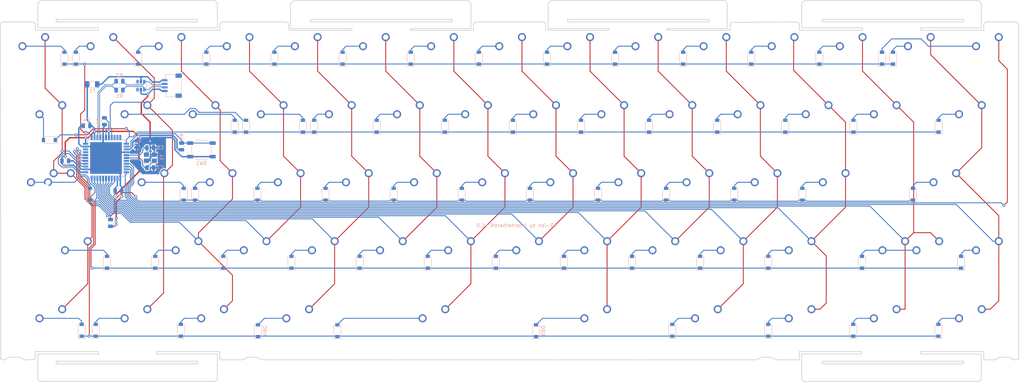
<source format=kicad_pcb>
(kicad_pcb (version 20211014) (generator pcbnew)
  (layers (0 "F.Cu" signal) (31 "B.Cu" signal) (34 "B.Paste" user) (35 "F.Paste" user) (36 "B.SilkS" user "B.Silkscreen") (37 "F.SilkS" user "F.Silkscreen") (38 "B.Mask" user) (39 "F.Mask" user) (44 "Edge.Cuts" user))
  (net 0 "")
  (net 1 "GND")
  (net 2 "XTAL2")
  (net 3 "XTAL1")
  (net 4 "Net-(D1-Pad2)")
  (net 5 "ROW0")
  (net 6 "Net-(D2-Pad2)")
  (net 7 "Net-(D3-Pad2)")
  (net 8 "Net-(D4-Pad2)")
  (net 9 "Net-(D5-Pad2)")
  (net 10 "Net-(D6-Pad2)")
  (net 11 "Net-(D7-Pad2)")
  (net 12 "Net-(D8-Pad2)")
  (net 13 "Net-(D9-Pad2)")
  (net 14 "Net-(D10-Pad2)")
  (net 15 "Net-(D11-Pad2)")
  (net 16 "Net-(D12-Pad2)")
  (net 17 "Net-(D13-Pad2)")
  (net 18 "Net-(D14-Pad2)")
  (net 19 "Net-(D15-Pad2)")
  (net 20 "Net-(D16-Pad2)")
  (net 21 "Net-(D17-Pad2)")
  (net 22 "ROW1")
  (net 23 "Net-(D18-Pad2)")
  (net 24 "Net-(D19-Pad2)")
  (net 25 "Net-(D20-Pad2)")
  (net 26 "Net-(D21-Pad2)")
  (net 27 "Net-(D22-Pad2)")
  (net 28 "Net-(D23-Pad2)")
  (net 29 "Net-(D24-Pad2)")
  (net 30 "Net-(D25-Pad2)")
  (net 31 "Net-(D26-Pad2)")
  (net 32 "Net-(D27-Pad2)")
  (net 33 "Net-(D28-Pad2)")
  (net 34 "Net-(D29-Pad2)")
  (net 35 "Net-(D30-Pad2)")
  (net 36 "Net-(D31-Pad2)")
  (net 37 "Net-(D32-Pad2)")
  (net 38 "ROW2")
  (net 39 "Net-(D33-Pad2)")
  (net 40 "Net-(D34-Pad2)")
  (net 41 "Net-(D35-Pad2)")
  (net 42 "Net-(D36-Pad2)")
  (net 43 "Net-(D37-Pad2)")
  (net 44 "Net-(D38-Pad2)")
  (net 45 "Net-(D39-Pad2)")
  (net 46 "Net-(D40-Pad2)")
  (net 47 "Net-(D41-Pad2)")
  (net 48 "Net-(D42-Pad2)")
  (net 49 "Net-(D43-Pad2)")
  (net 50 "Net-(D44-Pad2)")
  (net 51 "Net-(D45-Pad2)")
  (net 52 "Net-(D46-Pad2)")
  (net 53 "Net-(D47-Pad2)")
  (net 54 "ROW3")
  (net 55 "Net-(D48-Pad2)")
  (net 56 "Net-(D49-Pad2)")
  (net 57 "Net-(D50-Pad2)")
  (net 58 "Net-(D51-Pad2)")
  (net 59 "Net-(D52-Pad2)")
  (net 60 "Net-(D53-Pad2)")
  (net 61 "Net-(D54-Pad2)")
  (net 62 "Net-(D55-Pad2)")
  (net 63 "Net-(D56-Pad2)")
  (net 64 "Net-(D57-Pad2)")
  (net 65 "Net-(D58-Pad2)")
  (net 66 "Net-(D59-Pad2)")
  (net 67 "Net-(D60-Pad2)")
  (net 68 "Net-(D61-Pad2)")
  (net 69 "ROW4")
  (net 70 "Net-(D62-Pad2)")
  (net 71 "Net-(D63-Pad2)")
  (net 72 "VBUS")
  (net 73 "D+")
  (net 74 "D-")
  (net 75 "MOSI")
  (net 76 "SCK")
  (net 77 "MISO")
  (net 78 "COL0")
  (net 79 "COL1")
  (net 80 "COL2")
  (net 81 "COL3")
  (net 82 "COL4")
  (net 83 "COL5")
  (net 84 "COL6")
  (net 85 "COL7")
  (net 86 "COL8")
  (net 87 "COL9")
  (net 88 "COL10")
  (net 89 "COL11")
  (net 90 "COL12")
  (net 91 "COL13")
  (net 92 "COL14")
  (net 95 "+5V")
  (net 96 "/MCU_D+")
  (net 97 "/MCU_D-")
  (net 99 "Net-(C6-Pad1)")
  (net 100 "Net-(R3-Pad2)")
  (net 101 "RST")
  (net 104 "Net-(D64-Pad2)")
  (net 105 "Net-(D65-Pad2)")
  (footprint "MX_Only:MXOnly-1U-NoLED" (layer "F.Cu") (at 9 9)
    (fp_text reference "MX1")
    (fp_text value "1u")
  )
  (footprint "MX_Only:MXOnly-1U-NoLED" (layer "F.Cu") (at 28.05 9)
    (fp_text reference "MX2")
    (fp_text value "1u")
  )
  (footprint "MX_Only:MXOnly-1U-NoLED" (layer "F.Cu") (at 47.1 9)
    (fp_text reference "MX3")
    (fp_text value "1u")
  )
  (footprint "MX_Only:MXOnly-1U-NoLED" (layer "F.Cu") (at 66.15 9)
    (fp_text reference "MX4")
    (fp_text value "1u")
  )
  (footprint "MX_Only:MXOnly-1U-NoLED" (layer "F.Cu") (at 85.2 9)
    (fp_text reference "MX5")
    (fp_text value "1u")
  )
  (footprint "MX_Only:MXOnly-1U-NoLED" (layer "F.Cu") (at 104.25 9)
    (fp_text reference "MX6")
    (fp_text value "1u")
  )
  (footprint "MX_Only:MXOnly-1U-NoLED" (layer "F.Cu") (at 123.3 9)
    (fp_text reference "MX7")
    (fp_text value "1u")
  )
  (footprint "MX_Only:MXOnly-1U-NoLED" (layer "F.Cu") (at 161.4 9)
    (fp_text reference "MX9")
    (fp_text value "1u")
  )
  (footprint "MX_Only:MXOnly-1U-NoLED" (layer "F.Cu") (at 180.45 9)
    (fp_text reference "MX10")
    (fp_text value "1u")
  )
  (footprint "MX_Only:MXOnly-1U-NoLED" (layer "F.Cu") (at 199.5 9)
    (fp_text reference "MX11")
    (fp_text value "1u")
  )
  (footprint "MX_Only:MXOnly-1U-NoLED" (layer "F.Cu") (at 218.55 9)
    (fp_text reference "MX12")
    (fp_text value "1u")
  )
  (footprint "MX_Only:MXOnly-1U-NoLED" (layer "F.Cu") (at 237.6 9)
    (fp_text reference "MX13")
    (fp_text value "1u")
  )
  (footprint "MX_Only:MXOnly-1U-NoLED" (layer "F.Cu") (at 256.65 9)
    (fp_text reference "MX14")
    (fp_text value "1u")
  )
  (footprint "MX_Only:MXOnly-1.5U-NoLED" (layer "F.Cu") (at 13.7625 28.05)
    (fp_text reference "MX17")
    (fp_text value "1.5u")
  )
  (footprint "MX_Only:MXOnly-1U-NoLED" (layer "F.Cu") (at 37.575 28.05)
    (fp_text reference "MX18")
    (fp_text value "1u")
  )
  (footprint "MX_Only:MXOnly-1U-NoLED" (layer "F.Cu") (at 56.625 28.05)
    (fp_text reference "MX19")
    (fp_text value "1u")
  )
  (footprint "MX_Only:MXOnly-1U-NoLED" (layer "F.Cu") (at 75.675 28.05)
    (fp_text reference "MX20")
    (fp_text value "1u")
  )
  (footprint "MX_Only:MXOnly-1U-NoLED" (layer "F.Cu") (at 94.725 28.05)
    (fp_text reference "MX21")
    (fp_text value "1u")
  )
  (footprint "MX_Only:MXOnly-1U-NoLED" (layer "F.Cu") (at 113.775 28.05)
    (fp_text reference "MX22")
    (fp_text value "1u")
  )
  (footprint "MX_Only:MXOnly-1U-NoLED" (layer "F.Cu") (at 132.825 28.05)
    (fp_text reference "MX23")
    (fp_text value "1u")
  )
  (footprint "MX_Only:MXOnly-1U-NoLED" (layer "F.Cu") (at 151.875 28.05)
    (fp_text reference "MX24")
    (fp_text value "1u")
  )
  (footprint "MX_Only:MXOnly-1U-NoLED" (layer "F.Cu") (at 170.925 28.05)
    (fp_text reference "MX25")
    (fp_text value "1u")
  )
  (footprint "MX_Only:MXOnly-1U-NoLED" (layer "F.Cu") (at 189.975 28.05)
    (fp_text reference "MX26")
    (fp_text value "1u")
  )
  (footprint "MX_Only:MXOnly-1U-NoLED" (layer "F.Cu") (at 209.025 28.05)
    (fp_text reference "MX27")
    (fp_text value "1u")
  )
  (footprint "MX_Only:MXOnly-1U-NoLED" (layer "F.Cu") (at 228.075 28.05)
    (fp_text reference "MX28")
    (fp_text value "1u")
  )
  (footprint "MX_Only:MXOnly-1U-NoLED" (layer "F.Cu") (at 247.125 28.05)
    (fp_text reference "MX29")
    (fp_text value "1u")
  )
  (footprint "MX_Only:MXOnly-1.5U-NoLED" (layer "F.Cu") (at 270.9375 28.05)
    (fp_text reference "MX30")
    (fp_text value "1.5u")
  )
  (footprint "MX_Only:MXOnly-1.25U-NoLED" (layer "F.Cu") (at 11.38125 47.1)
    (fp_text reference "MX31")
    (fp_text value "1.25u")
  )
  (footprint "MX_Only:MXOnly-1.75U-NoLED" (layer "F.Cu") (at 16.14375 47.1)
    (fp_text reference "MX32")
    (fp_text value "1.75u")
  )
  (footprint "MX_Only:MXOnly-1U-NoLED" (layer "F.Cu") (at 42.3375 47.1)
    (fp_text reference "MX33")
    (fp_text value "1u")
  )
  (footprint "MX_Only:MXOnly-1U-NoLED" (layer "F.Cu") (at 61.3875 47.1)
    (fp_text reference "MX34")
    (fp_text value "1u")
  )
  (footprint "MX_Only:MXOnly-1U-NoLED" (layer "F.Cu") (at 80.4375 47.1)
    (fp_text reference "MX35")
    (fp_text value "1u")
  )
  (footprint "MX_Only:MXOnly-1U-NoLED" (layer "F.Cu") (at 99.4875 47.1)
    (fp_text reference "MX36")
    (fp_text value "1u")
  )
  (footprint "MX_Only:MXOnly-1U-NoLED" (layer "F.Cu") (at 118.5375 47.1)
    (fp_text reference "MX37")
    (fp_text value "1u")
  )
  (footprint "MX_Only:MXOnly-1U-NoLED" (layer "F.Cu") (at 137.5875 47.1)
    (fp_text reference "MX38")
    (fp_text value "1u")
  )
  (footprint "MX_Only:MXOnly-1U-NoLED" (layer "F.Cu") (at 156.6375 47.1)
    (fp_text reference "MX39")
    (fp_text value "1u")
  )
  (footprint "MX_Only:MXOnly-1U-NoLED" (layer "F.Cu") (at 175.6875 47.1)
    (fp_text reference "MX40")
    (fp_text value "1u")
  )
  (footprint "MX_Only:MXOnly-1U-NoLED" (layer "F.Cu") (at 194.7375 47.1)
    (fp_text reference "MX41")
    (fp_text value "1u")
  )
  (footprint "MX_Only:MXOnly-1U-NoLED" (layer "F.Cu") (at 213.7875 47.1)
    (fp_text reference "MX42")
    (fp_text value "1u")
  )
  (footprint "MX_Only:MXOnly-1U-NoLED" (layer "F.Cu") (at 232.8375 47.1)
    (fp_text reference "MX43")
    (fp_text value "1u")
  )
  (footprint "MX_Only:MXOnly-2.25U-NoLED" (layer "F.Cu") (at 263.79375 47.1)
    (fp_text reference "MX44")
    (fp_text value "2.25u")
  )
  (footprint "MX_Only:MXOnly-2.25U-NoLED" (layer "F.Cu") (at 20.90625 66.15)
    (fp_text reference "MX45")
    (fp_text value "2.25u")
  )
  (footprint "MX_Only:MXOnly-1U-NoLED" (layer "F.Cu") (at 51.8625 66.15)
    (fp_text reference "MX46")
    (fp_text value "1u")
  )
  (footprint "MX_Only:MXOnly-1U-NoLED" (layer "F.Cu") (at 70.9125 66.15)
    (fp_text reference "MX47")
    (fp_text value "1u")
  )
  (footprint "MX_Only:MXOnly-1U-NoLED" (layer "F.Cu") (at 89.9625 66.15)
    (fp_text reference "MX48")
    (fp_text value "1u")
  )
  (footprint "MX_Only:MXOnly-1U-NoLED" (layer "F.Cu") (at 109.0125 66.15)
    (fp_text reference "MX49")
    (fp_text value "1u")
  )
  (footprint "MX_Only:MXOnly-1U-NoLED" (layer "F.Cu") (at 128.0625 66.15)
    (fp_text reference "MX50")
    (fp_text value "1u")
  )
  (footprint "MX_Only:MXOnly-1U-NoLED" (layer "F.Cu") (at 147.1125 66.15)
    (fp_text reference "MX51")
    (fp_text value "1u")
  )
  (footprint "MX_Only:MXOnly-1U-NoLED" (layer "F.Cu") (at 166.1625 66.15)
    (fp_text reference "MX52")
    (fp_text value "1u")
  )
  (footprint "MX_Only:MXOnly-1U-NoLED" (layer "F.Cu") (at 185.2125 66.15)
    (fp_text reference "MX53")
    (fp_text value "1u")
  )
  (footprint "MX_Only:MXOnly-1U-NoLED" (layer "F.Cu") (at 204.2625 66.15)
    (fp_text reference "MX54")
    (fp_text value "1u")
  )
  (footprint "MX_Only:MXOnly-1U-NoLED" (layer "F.Cu") (at 223.3125 66.15)
    (fp_text reference "MX55")
    (fp_text value "1u")
  )
  (footprint "MX_Only:MXOnly-1.75U-NoLED" (layer "F.Cu") (at 249.50625 66.15)
    (fp_text reference "MX56")
    (fp_text value "1.75u")
  )
  (footprint "MX_Only:MXOnly-1U-NoLED" (layer "F.Cu") (at 275.7 66.15)
    (fp_text reference "MX57")
    (fp_text value "1u")
  )
  (footprint "MX_Only:MXOnly-1.25U-NoLED" (layer "F.Cu") (at 197.1195 85.2)
    (fp_text reference "MX63")
    (fp_text value "1.25u")
  )
  (footprint "MX_Only:MXOnly-1.5U-NoLED" (layer "F.Cu") (at 223.3125 85.2)
    (fp_text reference "MX71")
    (fp_text value "1.5u")
  )
  (footprint "MX_Only:MXOnly-1U-NoLED" (layer "F.Cu") (at 142.35 9)
    (fp_text reference "MX8")
    (fp_text value "1u")
  )
  (footprint "MX_Only:MXOnly-2.75U-NoLED" (layer "F.Cu") (at 259.03125 66.15)
    (fp_text reference "MX58")
    (fp_text value "2.75u")
  )
  (footprint "MX_Only:MXOnly-1U-NoLED" (layer "F.Cu") (at 37.5745 85.2)
    (fp_text reference "MX68")
    (fp_text value "1u")
  )
  (footprint "MX_Only:MXOnly-1.25U-NoLED" (layer "F.Cu") (at 59.0055 85.2)
    (fp_text reference "MX69")
    (fp_text value "1.25u")
  )
  (footprint "MX_Only:MXOnly-2.75U-ReversedStabilizers-NoLED" (layer "F.Cu") (at 120.9175 85.2)
    (fp_text reference "MX70")
    (fp_text value "2.75u")
  )
  (footprint "MX_Only:MXOnly-1U-NoLED" (layer "F.Cu") (at 247.125 85.2)
    (fp_text reference "MX72")
    (fp_text value "1u")
  )
  (footprint "MX_Only:MXOnly-1.5U-NoLED" (layer "F.Cu") (at 270.9375 85.2)
    (fp_text reference "MX73")
    (fp_text value "1.5u")
  )
  (footprint "MX_Only:MXOnly-1.5U-NoLED" (layer "F.Cu") (at 13.7625 85.2)
    (fp_text reference "MX67")
    (fp_text value "1.5u")
  )
  (footprint "MX_Only:MXOnly-1U-NoLED" (layer "F.Cu") (at 275.7 9)
    (fp_text reference "MX15")
    (fp_text value "1u")
  )
  (footprint "MX_Only:MXOnly-1.25U-NoLED" (layer "F.Cu") (at 82.8175 85.2)
    (fp_text reference "MX74")
    (fp_text value "1.25u")
  )
  (footprint "MX_Only:MXOnly-2U-ReversedStabilizers-NoLED" (layer "F.Cu") (at 166.1615 85.2)
    (fp_text reference "MX75")
    (fp_text value "2u")
  )
  (footprint "Fuse:Fuse_1206_3216Metric" (layer "B.Cu") (at 24.71 17.12)
    (fp_text reference "F1")
    (fp_text value "500mA")
  )
  (footprint "Connector_JST:JST_SH_SM04B-SRSS-TB_1x04-1MP_P1.00mm_Horizontal" (layer "B.Cu") (at 47 17.5 -90)
    (fp_text reference "J1")
    (fp_text value "JST SH 4-pin")
  )
  (footprint "Resistor_SMD:R_0805_2012Metric" (layer "B.Cu") (at 32.34 18.75)
    (fp_text reference "R1")
    (fp_text value "22")
  )
  (footprint "Resistor_SMD:R_0805_2012Metric" (layer "B.Cu") (at 32.34 16.25)
    (fp_text reference "R2")
    (fp_text value "22")
  )
  (footprint "Button_Switch_SMD:SW_SPST_TL3342" (layer "B.Cu") (at 55.24375 35.485)
    (fp_text reference "SW1")
    (fp_text value "Reset")
  )
  (footprint "Capacitor_SMD:C_0805_2012Metric" (layer "B.Cu") (at 40.96 34.87 180)
    (fp_text reference "C5")
    (fp_text value "22p")
  )
  (footprint "Capacitor_SMD:C_0805_2012Metric" (layer "B.Cu") (at 23.12375 28.75 180)
    (fp_text reference "C4")
    (fp_text value "10u")
  )
  (footprint "Capacitor_SMD:C_0805_2012Metric" (layer "B.Cu") (at 32.06 46.91)
    (fp_text reference "C3")
    (fp_text value "0.1u")
  )
  (footprint "Package_QFP:TQFP-44_10x10mm_P0.8mm" (layer "B.Cu") (at 28.55375 37.75875 -90)
    (fp_text reference "U2")
    (fp_text value "ATmega32U4-AU")
  )
  (footprint "Crystal:Crystal_SMD_3225-4Pin_3.2x2.5mm" (layer "B.Cu") (at 40.96 37.67 180)
    (fp_text reference "Y1")
    (fp_text value "16MHz")
  )
  (footprint "Capacitor_SMD:C_0805_2012Metric" (layer "B.Cu") (at 37.16 33.92 -90)
    (fp_text reference "C1")
    (fp_text value "0.1u")
  )
  (footprint "Resistor_SMD:R_0805_2012Metric" (layer "B.Cu") (at 49.71 34.52 -90)
    (fp_text reference "R4")
    (fp_text value "10k")
  )
  (footprint "Diode_SMD:D_SOD-123" (layer "B.Cu") (at 16.9375 9.79375 90)
    (fp_text reference "D1")
    (fp_text value "1N4148")
  )
  (footprint "Diode_SMD:D_SOD-123" (layer "B.Cu") (at 20.1125 9.79375 90)
    (fp_text reference "D2")
    (fp_text value "1N4148")
  )
  (footprint "Diode_SMD:D_SOD-123" (layer "B.Cu") (at 37.575 9.79375 90)
    (fp_text reference "D3")
    (fp_text value "1N4148")
  )
  (footprint "Diode_SMD:D_SOD-123" (layer "B.Cu") (at 56.625 9.79375 90)
    (fp_text reference "D4")
    (fp_text value "1N4148")
  )
  (footprint "Diode_SMD:D_SOD-123" (layer "B.Cu") (at 75.675 9.79375 90)
    (fp_text reference "D5")
    (fp_text value "1N4148")
  )
  (footprint "Diode_SMD:D_SOD-123" (layer "B.Cu") (at 94.725 9.79375 90)
    (fp_text reference "D6")
    (fp_text value "1N4148")
  )
  (footprint "Diode_SMD:D_SOD-123" (layer "B.Cu") (at 113.775 9.79375 90)
    (fp_text reference "D7")
    (fp_text value "1N4148")
  )
  (footprint "Diode_SMD:D_SOD-123" (layer "B.Cu") (at 132.825 9.79375 90)
    (fp_text reference "D8")
    (fp_text value "1N4148")
  )
  (footprint "Diode_SMD:D_SOD-123" (layer "B.Cu") (at 151.875 9.79375 90)
    (fp_text reference "D9")
    (fp_text value "1N4148")
  )
  (footprint "Diode_SMD:D_SOD-123" (layer "B.Cu") (at 170.925 9.79375 90)
    (fp_text reference "D10")
    (fp_text value "1N4148")
  )
  (footprint "Diode_SMD:D_SOD-123" (layer "B.Cu") (at 189.975 9.79375 90)
    (fp_text reference "D11")
    (fp_text value "1N4148")
  )
  (footprint "Diode_SMD:D_SOD-123" (layer "B.Cu") (at 209.025 9.79375 90)
    (fp_text reference "D12")
    (fp_text value "1N4148")
  )
  (footprint "Diode_SMD:D_SOD-123" (layer "B.Cu") (at 248.655 9.79375 90)
    (fp_text reference "D14")
    (fp_text value "1N4148")
  )
  (footprint "Diode_SMD:D_SOD-123" (layer "B.Cu") (at 245.585 9.79375 90)
    (fp_text reference "D15")
    (fp_text value "1N4148")
  )
  (footprint "Diode_SMD:D_SOD-123" (layer "B.Cu") (at 12.72 32.74 180)
    (fp_text reference "D16")
    (fp_text value "1N4148")
  )
  (footprint "Diode_SMD:D_SOD-123" (layer "B.Cu") (at 67.7375 28.84375 90)
    (fp_text reference "D17")
    (fp_text value "1N4148")
  )
  (footprint "Diode_SMD:D_SOD-123" (layer "B.Cu") (at 64.5625 28.84375 90)
    (fp_text reference "D18")
    (fp_text value "1N4148")
  )
  (footprint "Diode_SMD:D_SOD-123" (layer "B.Cu") (at 83.6125 28.84375 90)
    (fp_text reference "D19")
    (fp_text value "1N4148")
  )
  (footprint "Diode_SMD:D_SOD-123" (layer "B.Cu") (at 86.7875 28.84375 90)
    (fp_text reference "D20")
    (fp_text value "1N4148")
  )
  (footprint "Diode_SMD:D_SOD-123" (layer "B.Cu") (at 104.25 28.84375 90)
    (fp_text reference "D21")
    (fp_text value "1N4148")
  )
  (footprint "Diode_SMD:D_SOD-123" (layer "B.Cu") (at 123.3 28.84375 90)
    (fp_text reference "D22")
    (fp_text value "1N4148")
  )
  (footprint "Diode_SMD:D_SOD-123" (layer "B.Cu") (at 142.35 28.84375 90)
    (fp_text reference "D23")
    (fp_text value "1N4148")
  )
  (footprint "Diode_SMD:D_SOD-123" (layer "B.Cu") (at 161.4 28.84375 90)
    (fp_text reference "D24")
    (fp_text value "1N4148")
  )
  (footprint "Diode_SMD:D_SOD-123" (layer "B.Cu") (at 180.45 28.84375 90)
    (fp_text reference "D25")
    (fp_text value "1N4148")
  )
  (footprint "Diode_SMD:D_SOD-123" (layer "B.Cu") (at 199.5 28.84375 90)
    (fp_text reference "D26")
    (fp_text value "1N4148")
  )
  (footprint "Diode_SMD:D_SOD-123" (layer "B.Cu") (at 218.55 28.84375 90)
    (fp_text reference "D27")
    (fp_text value "1N4148")
  )
  (footprint "Diode_SMD:D_SOD-123" (layer "B.Cu") (at 237.6 28.84375 90)
    (fp_text reference "D28")
    (fp_text value "1N4148")
  )
  (footprint "Diode_SMD:D_SOD-123" (layer "B.Cu") (at 261.4125 28.84375 90)
    (fp_text reference "D29")
    (fp_text value "1N4148")
  )
  (footprint "Diode_SMD:D_SOD-123" (layer "B.Cu") (at 24.08125 47.89375 90)
    (fp_text reference "D30")
    (fp_text value "1N4148")
  )
  (footprint "Diode_SMD:D_SOD-123" (layer "B.Cu") (at 50.275 47.89375 90)
    (fp_text reference "D31")
    (fp_text value "1N4148")
  )
  (footprint "Diode_SMD:D_SOD-123" (layer "B.Cu") (at 53.45 47.89375 90)
    (fp_text reference "D32")
    (fp_text value "1N4148")
  )
  (footprint "Diode_SMD:D_SOD-123" (layer "B.Cu") (at 70.9125 47.89375 90)
    (fp_text reference "D33")
    (fp_text value "1N4148")
  )
  (footprint "Diode_SMD:D_SOD-123" (layer "B.Cu") (at 109.0125 47.89375 90)
    (fp_text reference "D35")
    (fp_text value "1N4148")
  )
  (footprint "Diode_SMD:D_SOD-123" (layer "B.Cu") (at 128.0625 47.89375 90)
    (fp_text reference "D36")
    (fp_text value "1N4148")
  )
  (footprint "Diode_SMD:D_SOD-123" (layer "B.Cu") (at 147.1125 47.89375 90)
    (fp_text reference "D37")
    (fp_text value "1N4148")
  )
  (footprint "Diode_SMD:D_SOD-123" (layer "B.Cu") (at 166.1625 47.89375 90)
    (fp_text reference "D38")
    (fp_text value "1N4148")
  )
  (footprint "Diode_SMD:D_SOD-123" (layer "B.Cu") (at 185.2125 47.89375 90)
    (fp_text reference "D39")
    (fp_text value "1N4148")
  )
  (footprint "Diode_SMD:D_SOD-123" (layer "B.Cu") (at 204.2625 47.89375 90)
    (fp_text reference "D40")
    (fp_text value "1N4148")
  )
  (footprint "Diode_SMD:D_SOD-123" (layer "B.Cu") (at 223.3125 47.89375 90)
    (fp_text reference "D41")
    (fp_text value "1N4148")
  )
  (footprint "Diode_SMD:D_SOD-123" (layer "B.Cu") (at 254.26875 47.89375 90)
    (fp_text reference "D42")
    (fp_text value "1N4148")
  )
  (footprint "Diode_SMD:D_SOD-123" (layer "B.Cu") (at 28.84375 66.94375 90)
    (fp_text reference "D43")
    (fp_text value "1N4148")
  )
  (footprint "Diode_SMD:D_SOD-123" (layer "B.Cu") (at 42.3375 66.94375 90)
    (fp_text reference "D44")
    (fp_text value "1N4148")
  )
  (footprint "Diode_SMD:D_SOD-123" (layer "B.Cu") (at 61.3875 66.94375 90)
    (fp_text reference "D45")
    (fp_text value "1N4148")
  )
  (footprint "Diode_SMD:D_SOD-123" (layer "B.Cu") (at 80.4375 66.94375 90)
    (fp_text reference "D46")
    (fp_text value "1N4148")
  )
  (footprint "Diode_SMD:D_SOD-123" (layer "B.Cu") (at 99.4875 66.94375 90)
    (fp_text reference "D47")
    (fp_text value "1N4148")
  )
  (footprint "Diode_SMD:D_SOD-123" (layer "B.Cu") (at 118.5375 66.94375 90)
    (fp_text reference "D48")
    (fp_text value "1N4148")
  )
  (footprint "Diode_SMD:D_SOD-123" (layer "B.Cu") (at 137.5875 66.94375 90)
    (fp_text reference "D49")
    (fp_text value "1N4148")
  )
  (footprint "Diode_SMD:D_SOD-123" (layer "B.Cu") (at 156.6375 66.94375 90)
    (fp_text reference "D50")
    (fp_text value "1N4148")
  )
  (footprint "Diode_SMD:D_SOD-123" (layer "B.Cu") (at 175.6875 66.94375 90)
    (fp_text reference "D51")
    (fp_text value "1N4148")
  )
  (footprint "Diode_SMD:D_SOD-123" (layer "B.Cu") (at 194.7375 66.94375 90)
    (fp_text reference "D52")
    (fp_text value "1N4148")
  )
  (footprint "Diode_SMD:D_SOD-123" (layer "B.Cu") (at 213.7875 66.94375 90)
    (fp_text reference "D53")
    (fp_text value "1N4148")
  )
  (footprint "Diode_SMD:D_SOD-123" (layer "B.Cu") (at 239.98125 66.94375 90)
    (fp_text reference "D54")
    (fp_text value "1N4148")
  )
  (footprint "Diode_SMD:D_SOD-123" (layer "B.Cu") (at 267.715 66.94375 90)
    (fp_text reference "D55")
    (fp_text value "1N4148")
  )
  (footprint "Diode_SMD:D_SOD-123" (layer "B.Cu") (at 21.7475 85.99375 90)
    (fp_text reference "D56")
    (fp_text value "1N4148")
  )
  (footprint "Diode_SMD:D_SOD-123" (layer "B.Cu") (at 25.66875 85.99375 90)
    (fp_text reference "D57")
    (fp_text value "1N4148")
  )
  (footprint "Diode_SMD:D_SOD-123" (layer "B.Cu") (at 49.48125 85.99375 90)
    (fp_text reference "D58")
    (fp_text value "1N4148")
  )
  (footprint "Diode_SMD:D_SOD-123" (layer "B.Cu") (at 93.275 86.13125 90)
    (fp_text reference "D59")
    (fp_text value "1N4148")
  )
  (footprint "Diode_SMD:D_SOD-123" (layer "B.Cu") (at 213.7875 85.99375 90)
    (fp_text reference "D61")
    (fp_text value "1N4148")
  )
  (footprint "Diode_SMD:D_SOD-123" (layer "B.Cu") (at 237.55 85.99375 90)
    (fp_text reference "D62")
    (fp_text value "1N4148")
  )
  (footprint "Diode_SMD:D_SOD-123" (layer "B.Cu") (at 261.3625 85.99375 90)
    (fp_text reference "D63")
    (fp_text value "1N4148")
  )
  (footprint "Diode_SMD:D_SOD-123" (layer "B.Cu") (at 228.075 9.79375 90)
    (fp_text reference "D13")
    (fp_text value "1N4148")
  )
  (footprint "Capacitor_SMD:C_0805_2012Metric" (layer "B.Cu") (at 28.12 27.47 -90)
    (fp_text reference "C6")
    (fp_text value "1u")
  )
  (footprint "Capacitor_SMD:C_0805_2012Metric" (layer "B.Cu") (at 40.96 40.47 180)
    (fp_text reference "C7")
    (fp_text value "22p")
  )
  (footprint "Resistor_SMD:R_0805_2012Metric" (layer "B.Cu") (at 29.82375 55.95 90)
    (fp_text reference "R3")
    (fp_text value "10k")
  )
  (footprint "Diode_SMD:D_SOD-123" (layer "B.Cu") (at 89.9625 47.89375 90)
    (fp_text reference "D34")
    (fp_text value "1N4148")
  )
  (footprint "Diode_SMD:D_SOD-123" (layer "B.Cu") (at 186.9375 85.99375 90)
    (fp_text reference "D60")
    (fp_text value "1N4148")
  )
  (footprint "Capacitor_SMD:C_0805_2012Metric" (layer "B.Cu") (at 17.17375 38.55875)
    (fp_text reference "C2")
    (fp_text value "0.1u")
  )
  (footprint "Package_TO_SOT_SMD:SOT-23-6" (layer "B.Cu") (at 38.32375 17.5 90)
    (fp_text reference "U1")
    (fp_text value "SRV05-4")
  )
  (footprint "Diode_SMD:D_SOD-123" (layer "B.Cu") (at 148.8375 86.13125 90)
    (fp_text reference "D65")
    (fp_text value "1N4148")
  )
  (footprint "Diode_SMD:D_SOD-123" (layer "B.Cu") (at 71.05 86.13125 90)
    (fp_text reference "D64")
    (fp_text value "1N4148")
  )
  (gr_rect (start 228.875 -1.07) (end 268.425 -0.33) (layer "Edge.Cuts") (width 0.2) (fill none))
  (gr_rect (start 14.63 -1.07) (end 54.18 -0.33) (layer "Edge.Cuts") (width 0.2) (fill none))
  (gr_poly (pts (xy 59.309132 -5.957757) (xy 59.693898 -5.532595) (xy 59.693898 1.289241) (xy 42.722146 1.289241) (xy 42.722146 1.986712) (xy 60.391366 1.986712) (xy 60.391366 0.219788) (xy 60.670354 -0.059199) (xy 60.949341 -0.338186) (xy 79.130048 -0.338186) (xy 79.409032 -0.059199) (xy 79.688023 0.219788) (xy 79.688023 1.986712) (xy 97.357243 1.986712) (xy 97.357243 1.521731) (xy 80.153004 1.521731) (xy 80.153004 -5.371911) (xy 80.691083 -5.877416) (xy 81.229176 -6.382921) (xy 129.833745 -6.382921) (xy 130.21851 -5.957757) (xy 130.603276 -5.532595) (xy 130.603276 1.521731) (xy 113.631535 1.521731) (xy 113.631535 1.986712) (xy 131.300755 1.986712) (xy 131.300755 0.219788) (xy 131.579747 -0.059199) (xy 131.858723 -0.338186) (xy 150.969395 -0.338186) (xy 151.248372 -0.059199) (xy 151.527364 0.219788) (xy 151.527364 1.986712) (xy 169.196599 1.986712) (xy 169.196599 1.521731) (xy 152.224828 1.521731) (xy 152.224828 -5.613386) (xy 152.649983 -5.998153) (xy 153.075154 -6.382921) (xy 201.673085 -6.382921) (xy 202.057851 -5.957757) (xy 202.28 -5.51) (xy 202.28 1.52) (xy 185.47086 1.521731) (xy 185.47086 1.986712) (xy 203.140096 1.986712) (xy 203.140096 -0.05595) (xy 203.507848 -0.197068) (xy 203.592008 -0.211444) (xy 212.8 -0.29) (xy 221.878758 -0.338186) (xy 222.436742 0.219788) (xy 222.436742 1.986712) (xy 240.105977 1.986712) (xy 240.105977 1.289241) (xy 223.134206 1.289241) (xy 223.134206 -5.613386) (xy 223.559361 -5.998153) (xy 223.984532 -6.382921) (xy 272.582433 -6.382921) (xy 272.967229 -5.957757) (xy 273.351994 -5.532595) (xy 273.351994 1.289241) (xy 256.380254 1.289241) (xy 256.380254 1.986712) (xy 274.049474 1.986712) (xy 274.049474 0.219788) (xy 274.328465 -0.059199) (xy 274.607457 -0.338186) (xy 283.256047 -0.338186) (xy 283.81403 0.219788) (xy 283.81403 94.043806) (xy 283.257848 94.183401) (xy 282.701695 94.322989) (xy 281.945744 93.932089) (xy 281.189824 93.541189) (xy 278.533604 93.541189) (xy 277.814244 93.913184) (xy 277.094914 94.285162) (xy 274.049474 94.285162) (xy 274.049474 91.960257) (xy 256.380254 91.960257) (xy 256.380254 92.657729) (xy 273.351994 92.657729) (xy 273.351994 99.771918) (xy 273.073003 100.050902) (xy 272.794011 100.329893) (xy 223.692204 100.329893) (xy 223.413213 100.050902) (xy 223.134221 99.771918) (xy 223.134221 92.657729) (xy 239.873479 92.657729) (xy 239.873479 91.960257) (xy 222.436757 91.960257) (xy 222.436757 94.285162) (xy 216.217976 94.285162) (xy 215.200673 93.92005) (xy 214.183354 93.554945) (xy 213.137151 93.558172) (xy 212.090947 93.5614) (xy 211.226567 93.923285) (xy 210.362202 94.285162) (xy 72.497083 94.285162) (xy 71.412846 93.917059) (xy 70.32861 93.548941) (xy 68.373822 93.548941) (xy 67.49281 93.917059) (xy 66.611806 94.285155) (xy 60.391373 94.285155) (xy 60.391373 91.960249) (xy 42.722153 91.960249) (xy 42.722153 92.657721) (xy 59.693905 92.657721) (xy 59.693905 99.77191) (xy 59.414914 100.050894) (xy 59.135926 100.329886) (xy 10.034092 100.329886) (xy 9.476116 99.771918) (xy 9.476116 92.657729) (xy 26.447865 92.657729) (xy 26.447865 91.960257) (xy 8.804124 91.960257) (xy 8.733263 93.064581) (xy 8.662402 94.168906) (xy 7.218776 94.237875) (xy 5.775148 94.306853) (xy 5.010123 93.910727) (xy 4.245097 93.514601) (xy 2.944494 93.526457) (xy 1.643891 93.538282) (xy 0.145054 94.313368) (xy -0.362312 94.241141) (xy -0.869678 94.168913) (xy -0.928367 47.230482) (xy -0.987056 0.292048) (xy -0.725532 -0.023071) (xy -0.464009 -0.338187) (xy 8.220671 -0.338187) (xy 8.499659 -0.0592) (xy 8.778647 0.219787) (xy 8.778647 1.986711) (xy 26.447867 1.986711) (xy 26.447867 1.289241) (xy 9.476116 1.289241) (xy 9.476116 -5.613386) (xy 9.901279 -5.998153) (xy 10.326444 -6.382921) (xy 58.924367 -6.382921)) (layer "Edge.Cuts") (width 0.2) (fill none))
  (gr_rect (start 157.655 -1.07) (end 197.205 -0.33) (layer "Edge.Cuts") (width 0.2) (fill none))
  (gr_rect (start 85.775 -1.07) (end 125.325 -0.33) (layer "Edge.Cuts") (width 0.2) (fill none))
  (gr_rect (start 14.63 94.67) (end 54.18 95.41) (layer "Edge.Cuts") (width 0.2) (fill none))
  (gr_rect (start 228.875 94.67) (end 268.425 95.41) (layer "Edge.Cuts") (width 0.2) (fill none))
  (gr_text "40-ish by InternetbaroN v1.0" (at 143.46 56.63) (layer "B.SilkS") (effects (font (size 1 1)) (justify mirror)))
  (segment (start 31.41375 50.16) (end 32.9975 48.57625) (width 0.381) (layer "F.Cu") (net 1))
  (segment (start 38.43375 25.27375) (end 38.43375 22.31) (width 0.381) (layer "F.Cu") (net 1))
  (segment (start 38.43375 22.31) (end 40.23375 20.51) (width 0.381) (layer "F.Cu") (net 1))
  (segment (start 40.23375 19.92) (end 40.23375 20.51) (width 0.381) (layer "F.Cu") (net 1))
  (segment (start 31.41375 54.63) (end 31.41375 50.16) (width 0.381) (layer "F.Cu") (net 1))
  (segment (start 40.8875 27.7275) (end 38.43375 25.27375) (width 0.381) (layer "F.Cu") (net 1))
  (segment (start 40.8875 33.06) (end 40.8875 27.7275) (width 0.381) (layer "F.Cu") (net 1))
  (via (at 40.23375 19.92) (size 0.8) (drill 0.4) (layers "F.Cu" "B.Cu") (net 1))
  (via (at 31.41375 54.63) (size 0.8) (drill 0.4) (layers "F.Cu" "B.Cu") (net 1))
  (via (at 40.8875 33.06) (size 0.8) (drill 0.4) (layers "F.Cu" "B.Cu") (net 1))
  (via (at 32.9975 48.57625) (size 0.8) (drill 0.4) (layers "F.Cu" "B.Cu") (net 1))
  (segment (start 43.63 37.309) (end 43.63 39.95) (width 0.381) (layer "B.Cu") (net 1))
  (segment (start 34.25375 36.15875) (end 36.87125 36.15875) (width 0.381) (layer "B.Cu") (net 1))
  (segment (start 20.958991 29.389759) (end 20.958991 30.424759) (width 0.381) (layer "B.Cu") (net 1))
  (segment (start 27.75375 29.36125) (end 27.75375 30.04625) (width 0.381) (layer "B.Cu") (net 1))
  (segment (start 20.958991 33.794991) (end 21.72275 34.55875) (width 0.381) (layer "B.Cu") (net 1))
  (segment (start 20.958991 30.424759) (end 20.958991 33.794991) (width 0.381) (layer "B.Cu") (net 1))
  (segment (start 58.39375 37.385) (end 52.09375 37.385) (width 0.381) (layer "B.Cu") (net 1))
  (segment (start 40.23375 19.92) (end 41.63824 18.51551) (width 0.381) (layer "B.Cu") (net 1))
  (segment (start 47.82899 32.810662) (end 47.82899 35.45899) (width 0.381) (layer "B.Cu") (net 1))
  (segment (start 32.55375 43.45875) (end 32.55375 42.32775) (width 0.381) (layer "B.Cu") (net 1))
  (segment (start 26.38475 34.55875) (end 27.75375 33.18975) (width 0.381) (layer "B.Cu") (net 1))
  (segment (start 49.755 37.385) (end 47.82899 35.45899) (width 0.381) (layer "B.Cu") (net 1))
  (segment (start 28.12 28.4075) (end 28.12 28.995) (width 0.381) (layer "B.Cu") (net 1))
  (segment (start 39.86 38.52) (end 40.162902 38.52) (width 0.381) (layer "B.Cu") (net 1))
  (segment (start 26.38475 38.47525) (end 26.38475 34.55875) (width 0.381) (layer "B.Cu") (net 1))
  (segment (start 28.70125 38.47525) (end 26.38475 38.47525) (width 0.381) (layer "B.Cu") (net 1))
  (segment (start 32.55375 45.48375) (end 32.55375 44.96375) (width 0.381) (layer "B.Cu") (net 1))
  (segment (start 41.8975 32.05) (end 47.068328 32.05) (width 0.381) (layer "B.Cu") (net 1))
  (segment (start 40.8875 33.06) (end 38.9575 33.06) (width 0.381) (layer "B.Cu") (net 1))
  (segment (start 30.93625 56.8875) (end 31.41375 56.41) (width 0.381) (layer "B.Cu") (net 1))
  (segment (start 31.41375 56.41) (end 31.41375 54.63) (width 0.381) (layer "B.Cu") (net 1))
  (segment (start 41.862902 36.82) (end 42.06 36.82) (width 0.381) (layer "B.Cu") (net 1))
  (segment (start 38.32375 18.7) (end 38.32375 19.62) (width 0.381) (layer "B.Cu") (net 1))
  (segment (start 21.72275 34.55875) (end 22.85375 34.55875) (width 0.381) (layer "B.Cu") (net 1))
  (segment (start 43.11 40.47) (end 41.8975 40.47) (width 0.381) (layer "B.Cu") (net 1))
  (segment (start 26.38475 38.55875) (end 26.38475 38.47525) (width 0.381) (layer "B.Cu") (net 1))
  (segment (start 43.63 39.95) (end 43.11 40.47) (width 0.381) (layer "B.Cu") (net 1))
  (segment (start 34.25375 36.15875) (end 31.01775 36.15875) (width 0.381) (layer "B.Cu") (net 1))
  (segment (start 21.59875 28.75) (end 20.958991 29.389759) (width 0.381) (layer "B.Cu") (net 1))
  (segment (start 19.37875 38.55875) (end 21.77875 40.95875) (width 0.381) (layer "B.Cu") (net 1))
  (segment (start 18.11125 38.55875) (end 19.07875 38.55875) (width 0.381) (layer "B.Cu") (net 1))
  (segment (start 28.12 28.995) (end 27.75375 29.36125) (width 0.381) (layer "B.Cu") (net 1))
  (segment (start 43.141 36.82) (end 42.06 36.82) (width 0.381) (layer "B.Cu") (net 1))
  (segment (start 41.8975 34.87) (end 41.8975 34.07) (width 0.381) (layer "B.Cu") (net 1))
  (segment (start 31.01775 36.15875) (end 28.70125 38.47525) (width 0.381) (layer "B.Cu") (net 1))
  (segment (start 21.77875 40.95875) (end 22.85375 40.95875) (width 0.381) (layer "B.Cu") (net 1))
  (segment (start 47.068328 32.05) (end 47.82899 32.810662) (width 0.381) (layer "B.Cu") (net 1))
  (segment (start 32.55375 42.32775) (end 28.70125 38.47525) (width 0.381) (layer "B.Cu") (net 1))
  (segment (start 27.75375 33.18975) (end 27.75375 32.05875) (width 0.381) (layer "B.Cu") (net 1))
  (segment (start 41.63824 18.51551) (end 43.64051 18.51551) (width 0.381) (layer "B.Cu") (net 1))
  (segment (start 29.82375 56.8875) (end 30.93625 56.8875) (width 0.381) (layer "B.Cu") (net 1))
  (segment (start 32.9975 45.9275) (end 32.55375 45.48375) (width 0.381) (layer "B.Cu") (net 1))
  (segment (start 22.85375 34.55875) (end 26.38475 34.55875) (width 0.381) (layer "B.Cu") (net 1))
  (segment (start 41.8975 34.07) (end 40.8875 33.06) (width 0.381) (layer "B.Cu") (net 1))
  (segment (start 37.16 35.87) (end 37.16 34.8575) (width 0.381) (layer "B.Cu") (net 1))
  (segment (start 43.64051 18.51551) (end 44.125 19) (width 0.381) (layer "B.Cu") (net 1))
  (segment (start 38.32375 19.62) (end 38.62375 19.92) (width 0.381) (layer "B.Cu") (net 1))
  (segment (start 38.62375 19.92) (end 40.23375 19.92) (width 0.381) (layer "B.Cu") (net 1))
  (segment (start 52.09375 37.385) (end 49.755 37.385) (width 0.381) (layer "B.Cu") (net 1))
  (segment (start 42.06 36.82) (end 42.06 35.0325) (width 0.381) (layer "B.Cu") (net 1))
  (segment (start 27.75375 32.05875) (end 27.75375 30.04625) (width 0.381) (layer "B.Cu") (net 1))
  (segment (start 22.85375 40.95875) (end 23.98475 40.95875) (width 0.381) (layer "B.Cu") (net 1))
  (segment (start 32.55375 43.45875) (end 32.55375 44.96375) (width 0.381) (layer "B.Cu") (net 1))
  (segment (start 40.162902 38.52) (end 41.862902 36.82) (width 0.381) (layer "B.Cu") (net 1))
  (segment (start 42.06 35.0325) (end 41.8975 34.87) (width 0.381) (layer "B.Cu") (net 1))
  (segment (start 32.9975 46.91) (end 32.9975 45.9275) (width 0.381) (layer "B.Cu") (net 1))
  (segment (start 40.8875 33.06) (end 41.8975 32.05) (width 0.381) (layer "B.Cu") (net 1))
  (segment (start 43.141 36.82) (end 43.63 37.309) (width 0.381) (layer "B.Cu") (net 1))
  (segment (start 36.87125 36.15875) (end 37.16 35.87) (width 0.381) (layer "B.Cu") (net 1))
  (segment (start 22.18625 28.75) (end 21.59875 28.75) (width 0.381) (layer "B.Cu") (net 1))
  (segment (start 19.07875 38.55875) (end 19.37875 38.55875) (width 0.381) (layer "B.Cu") (net 1))
  (segment (start 23.98475 40.95875) (end 26.38475 38.55875) (width 0.381) (layer "B.Cu") (net 1))
  (segment (start 44.225 19) (end 45.1 19) (width 0.381) (layer "B.Cu") (net 1))
  (segment (start 37.16 34.8575) (end 38.9575 33.06) (width 0.381) (layer "B.Cu") (net 1))
  (segment (start 32.9975 46.91) (end 32.9975 48.57625) (width 0.381) (layer "B.Cu") (net 1))
  (segment (start 40.0225 34.87) (end 40.0225 36.6575) (width 0.25) (layer "B.Cu") (net 2))
  (segment (start 38.81125 36.08125) (end 37.93375 36.95875) (width 0.25) (layer "B.Cu") (net 2))
  (segment (start 40.0225 36.6575) (end 39.86 36.82) (width 0.25) (layer "B.Cu") (net 2))
  (segment (start 40.0225 34.87) (end 39.435 34.87) (width 0.25) (layer "B.Cu") (net 2))
  (segment (start 39.435 34.87) (end 38.81125 35.49375) (width 0.25) (layer "B.Cu") (net 2))
  (segment (start 37.93375 36.95875) (end 37.75125 36.95875) (width 0.25) (layer "B.Cu") (net 2))
  (segment (start 38.81125 35.49375) (end 38.81125 36.08125) (width 0.25) (layer "B.Cu") (net 2))
  (segment (start 37.75125 36.95875) (end 34.25375 36.95875) (width 0.25) (layer "B.Cu") (net 2))
  (segment (start 40.0225 40.47) (end 41.9725 38.52) (width 0.25) (layer "B.Cu") (net 3))
  (segment (start 39.435 40.47) (end 38.79 39.825) (width 0.25) (layer "B.Cu") (net 3))
  (segment (start 38.79 39.825) (end 38.79 38.56) (width 0.25) (layer "B.Cu") (net 3))
  (segment (start 34.25375 37.75875) (end 37.98875 37.75875) (width 0.25) (layer "B.Cu") (net 3))
  (segment (start 41.9725 38.52) (end 42.06 38.52) (width 0.25) (layer "B.Cu") (net 3))
  (segment (start 38.79 38.56) (end 37.98875 37.75875) (width 0.25) (layer "B.Cu") (net 3))
  (segment (start 40.0225 40.47) (end 39.435 40.47) (width 0.25) (layer "B.Cu") (net 3))
  (segment (start 15.95375 6.46) (end 16.9375 7.44375) (width 0.25) (layer "B.Cu") (net 4))
  (segment (start 16.9375 7.44375) (end 16.9375 8.14375) (width 0.25) (layer "B.Cu") (net 4))
  (segment (start 5.19 6.46) (end 15.95375 6.46) (width 0.25) (layer "B.Cu") (net 4))
  (segment (start 22.328065 30.565) (end 22.89375 30.565) (width 0.25) (layer "F.Cu") (net 5))
  (segment (start 21.46 29.696935) (end 22.328065 30.565) (width 0.25) (layer "F.Cu") (net 5))
  (segment (start 21.46 25.48) (end 21.46 29.696935) (width 0.25) (layer "F.Cu") (net 5))
  (segment (start 22.60375 24.33625) (end 21.46 25.48) (width 0.25) (layer "F.Cu") (net 5))
  (segment (start 22.60375 11.44375) (end 22.60375 24.33625) (width 0.25) (layer "F.Cu") (net 5))
  (via (at 22.89375 30.565) (size 0.8) (drill 0.4) (layers "F.Cu" "B.Cu") (net 5))
  (via (at 22.60375 11.44375) (size 0.8) (drill 0.4) (layers "F.Cu" "B.Cu") (net 5))
  (segment (start 20.27125 11.44375) (end 22.038065 11.44375) (width 0.25) (layer "B.Cu") (net 5))
  (segment (start 23.535 30.565) (end 22.89375 30.565) (width 0.25) (layer "B.Cu") (net 5))
  (segment (start 248.64375 11.44375) (end 23.169435 11.44375) (width 0.25) (layer "B.Cu") (net 5))
  (segment (start 23.169435 11.44375) (end 22.60375 11.44375) (width 0.25) (layer "B.Cu") (net 5))
  (segment (start 16.9375 11.44375) (end 22.60375 11.44375) (width 0.25) (layer "B.Cu") (net 5))
  (segment (start 24.55375 32.05875) (end 24.55375 31.58375) (width 0.25) (layer "B.Cu") (net 5))
  (segment (start 22.038065 11.44375) (end 22.60375 11.44375) (width 0.25) (layer "B.Cu") (net 5))
  (segment (start 24.55375 31.58375) (end 23.535 30.565) (width 0.25) (layer "B.Cu") (net 5))
  (segment (start 21.09625 6.46) (end 20.1125 7.44375) (width 0.25) (layer "B.Cu") (net 6))
  (segment (start 24.24 6.46) (end 21.09625 6.46) (width 0.25) (layer "B.Cu") (net 6))
  (segment (start 20.1125 7.44375) (end 20.1125 8.14375) (width 0.25) (layer "B.Cu") (net 6))
  (segment (start 43.29 6.46) (end 38.55875 6.46) (width 0.25) (layer "B.Cu") (net 7))
  (segment (start 37.575 7.44375) (end 37.575 8.14375) (width 0.25) (layer "B.Cu") (net 7))
  (segment (start 38.55875 6.46) (end 37.575 7.44375) (width 0.25) (layer "B.Cu") (net 7))
  (segment (start 57.60875 6.46) (end 60.74901 6.46) (width 0.25) (layer "B.Cu") (net 8))
  (segment (start 56.625 8.14375) (end 56.625 7.44375) (width 0.25) (layer "B.Cu") (net 8))
  (segment (start 56.625 7.44375) (end 57.60875 6.46) (width 0.25) (layer "B.Cu") (net 8))
  (segment (start 60.74901 6.46) (end 62.34 6.46) (width 0.25) (layer "B.Cu") (net 8))
  (segment (start 75.675 7.44375) (end 75.675 8.14375) (width 0.25) (layer "B.Cu") (net 9))
  (segment (start 81.39 6.46) (end 76.65875 6.46) (width 0.25) (layer "B.Cu") (net 9))
  (segment (start 76.65875 6.46) (end 75.675 7.44375) (width 0.25) (layer "B.Cu") (net 9))
  (segment (start 95.70875 6.46) (end 94.725 7.44375) (width 0.25) (layer "B.Cu") (net 10))
  (segment (start 100.44 6.46) (end 95.70875 6.46) (width 0.25) (layer "B.Cu") (net 10))
  (segment (start 94.725 7.44375) (end 94.725 8.14375) (width 0.25) (layer "B.Cu") (net 10))
  (segment (start 119.49 6.46) (end 114.75875 6.46) (width 0.25) (layer "B.Cu") (net 11))
  (segment (start 114.75875 6.46) (end 113.775 7.44375) (width 0.25) (layer "B.Cu") (net 11))
  (segment (start 113.775 7.44375) (end 113.775 8.14375) (width 0.25) (layer "B.Cu") (net 11))
  (segment (start 138.54 6.46) (end 133.80875 6.46) (width 0.25) (layer "B.Cu") (net 12))
  (segment (start 133.80875 6.46) (end 132.825 7.44375) (width 0.25) (layer "B.Cu") (net 12))
  (segment (start 132.825 7.44375) (end 132.825 8.14375) (width 0.25) (layer "B.Cu") (net 12))
  (segment (start 157.59 6.46) (end 152.85875 6.46) (width 0.25) (layer "B.Cu") (net 13))
  (segment (start 151.875 7.44375) (end 151.875 8.14375) (width 0.25) (layer "B.Cu") (net 13))
  (segment (start 152.85875 6.46) (end 151.875 7.44375) (width 0.25) (layer "B.Cu") (net 13))
  (segment (start 176.64 6.46) (end 171.90875 6.46) (width 0.25) (layer "B.Cu") (net 14))
  (segment (start 171.90875 6.46) (end 170.925 7.44375) (width 0.25) (layer "B.Cu") (net 14))
  (segment (start 170.925 7.44375) (end 170.925 8.14375) (width 0.25) (layer "B.Cu") (net 14))
  (segment (start 190.95875 6.46) (end 189.975 7.44375) (width 0.25) (layer "B.Cu") (net 15))
  (segment (start 189.975 7.44375) (end 189.975 8.14375) (width 0.25) (layer "B.Cu") (net 15))
  (segment (start 195.69 6.46) (end 190.95875 6.46) (width 0.25) (layer "B.Cu") (net 15))
  (segment (start 210.00875 6.46) (end 209.025 7.44375) (width 0.25) (layer "B.Cu") (net 16))
  (segment (start 209.025 7.44375) (end 209.025 8.14375) (width 0.25) (layer "B.Cu") (net 16))
  (segment (start 214.74 6.46) (end 210.00875 6.46) (width 0.25) (layer "B.Cu") (net 16))
  (segment (start 233.79 6.46) (end 229.05875 6.46) (width 0.25) (layer "B.Cu") (net 17))
  (segment (start 228.075 7.44375) (end 228.075 8.14375) (width 0.25) (layer "B.Cu") (net 17))
  (segment (start 229.05875 6.46) (end 228.075 7.44375) (width 0.25) (layer "B.Cu") (net 17))
  (segment (start 252.84 6.46) (end 249.63875 6.46) (width 0.25) (layer "B.Cu") (net 18))
  (segment (start 248.655 7.44375) (end 248.655 8.14375) (width 0.25) (layer "B.Cu") (net 18))
  (segment (start 249.63875 6.46) (end 248.655 7.44375) (width 0.25) (layer "B.Cu") (net 18))
  (segment (start 262.365 6.46) (end 271.89 6.46) (width 0.25) (layer "B.Cu") (net 19))
  (segment (start 248.29375 4.4) (end 245.585 7.10875) (width 0.25) (layer "B.Cu") (net 19))
  (segment (start 262.365 6.46) (end 258.55375 6.46) (width 0.25) (layer "B.Cu") (net 19))
  (segment (start 245.585 7.10875) (end 245.585 8.14375) (width 0.25) (layer "B.Cu") (net 19))
  (segment (start 258.55375 6.46) (end 256.49375 4.4) (width 0.25) (layer "B.Cu") (net 19))
  (segment (start 256.49375 4.4) (end 248.29375 4.4) (width 0.25) (layer "B.Cu") (net 19))
  (segment (start 11.07 32.74) (end 11.07 26.6275) (width 0.25) (layer "B.Cu") (net 20))
  (segment (start 11.07 26.6275) (end 9.9525 25.51) (width 0.25) (layer "B.Cu") (net 20))
  (segment (start 50.47375 25.51) (end 35.35599 25.51) (width 0.25) (layer "B.Cu") (net 21))
  (segment (start 53.50375 23.88) (end 52.10375 23.88) (width 0.25) (layer "B.Cu") (net 21))
  (segment (start 52.10375 23.88) (end 50.47375 25.51) (width 0.25) (layer "B.Cu") (net 21))
  (segment (start 35.35599 25.51) (end 33.765 25.51) (width 0.25) (layer "B.Cu") (net 21))
  (segment (start 67.7375 27.19375) (end 66.8875 27.19375) (width 0.25) (layer "B.Cu") (net 21))
  (segment (start 64.67375 24.98) (end 54.60375 24.98) (width 0.25) (layer "B.Cu") (net 21))
  (segment (start 66.8875 27.19375) (end 64.67375 24.98) (width 0.25) (layer "B.Cu") (net 21))
  (segment (start 54.60375 24.98) (end 53.50375 23.88) (width 0.25) (layer "B.Cu") (net 21))
  (segment (start 25.016998 29.57) (end 33.34 29.57) (width 0.25) (layer "F.Cu") (net 22))
  (segment (start 33.34 29.57) (end 34.14 29.57) (width 0.25) (layer "F.Cu") (net 22))
  (segment (start 34.14 29.57) (end 34.25 29.46) (width 0.25) (layer "F.Cu") (net 22))
  (segment (start 20.16 31.29) (end 23.296998 31.29) (width 0.25) (layer "F.Cu") (net 22))
  (segment (start 23.296998 31.29) (end 25.016998 29.57) (width 0.25) (layer "F.Cu") (net 22))
  (via (at 34.25 29.46) (size 0.8) (drill 0.4) (layers "F.Cu" "B.Cu") (net 22))
  (via (at 20.16 31.29) (size 0.8) (drill 0.4) (layers "F.Cu" "B.Cu") (net 22))
  (segment (start 37.435602 30.49375) (end 36.129352 31.8) (width 0.25) (layer "B.Cu") (net 22))
  (segment (start 34.25375 32.62875) (end 34.25375 33.75875) (width 0.25) (layer "B.Cu") (net 22))
  (segment (start 15.7725 31.2875) (end 15.7725 31.3375) (width 0.25) (layer "B.Cu") (net 22))
  (segment (start 35.0825 31.8) (end 34.25375 32.62875) (width 0.25) (layer "B.Cu") (net 22))
  (segment (start 261.35 30.49375) (end 64.5625 30.49375) (width 0.25) (layer "B.Cu") (net 22))
  (segment (start 20.1575 31.2875) (end 20.16 31.29) (width 0.25) (layer "B.Cu") (net 22))
  (segment (start 261.39375 30.45) (end 261.35 30.49375) (width 0.25) (layer "B.Cu") (net 22))
  (segment (start 35.0825 30.2925) (end 34.25 29.46) (width 0.25) (layer "B.Cu") (net 22))
  (segment (start 15.7725 31.3375) (end 14.37 32.74) (width 0.25) (layer "B.Cu") (net 22))
  (segment (start 35.0825 31.8) (end 35.0825 30.2925) (width 0.25) (layer "B.Cu") (net 22))
  (segment (start 37.435602 30.49375) (end 64.5625 30.49375) (width 0.25) (layer "B.Cu") (net 22))
  (segment (start 15.7725 31.2875) (end 20.1575 31.2875) (width 0.25) (layer "B.Cu") (net 22))
  (segment (start 36.129352 31.8) (end 35.0825 31.8) (width 0.25) (layer "B.Cu") (net 22))
  (segment (start 63.57875 25.51) (end 64.5625 26.49375) (width 0.25) (layer "B.Cu") (net 23))
  (segment (start 52.815 25.51) (end 63.57875 25.51) (width 0.25) (layer "B.Cu") (net 23))
  (segment (start 64.5625 26.49375) (end 64.5625 27.19375) (width 0.25) (layer "B.Cu") (net 23))
  (segment (start 83.6125 26.49375) (end 83.6125 27.19375) (width 0.25) (layer "B.Cu") (net 24))
  (segment (start 71.865 25.51) (end 82.62875 25.51) (width 0.25) (layer "B.Cu") (net 24))
  (segment (start 82.62875 25.51) (end 83.6125 26.49375) (width 0.25) (layer "B.Cu") (net 24))
  (segment (start 86.7875 27.19375) (end 86.7875 26.49375) (width 0.25) (layer "B.Cu") (net 25))
  (segment (start 89.32401 25.51) (end 90.915 25.51) (width 0.25) (layer "B.Cu") (net 25))
  (segment (start 87.77125 25.51) (end 89.32401 25.51) (width 0.25) (layer "B.Cu") (net 25))
  (segment (start 86.7875 26.49375) (end 87.77125 25.51) (width 0.25) (layer "B.Cu") (net 25))
  (segment (start 104.25 27.19375) (end 104.25 26.49375) (width 0.25) (layer "B.Cu") (net 26))
  (segment (start 104.25 26.49375) (end 105.23375 25.51) (width 0.25) (layer "B.Cu") (net 26))
  (segment (start 108.37401 25.51) (end 109.965 25.51) (width 0.25) (layer "B.Cu") (net 26))
  (segment (start 105.23375 25.51) (end 108.37401 25.51) (width 0.25) (layer "B.Cu") (net 26))
  (segment (start 123.3 26.49375) (end 123.3 27.19375) (width 0.25) (layer "B.Cu") (net 27))
  (segment (start 129.015 25.51) (end 124.28375 25.51) (width 0.25) (layer "B.Cu") (net 27))
  (segment (start 124.28375 25.51) (end 123.3 26.49375) (width 0.25) (layer "B.Cu") (net 27))
  (segment (start 143.33375 25.51) (end 142.35 26.49375) (width 0.25) (layer "B.Cu") (net 28))
  (segment (start 148.065 25.51) (end 143.33375 25.51) (width 0.25) (layer "B.Cu") (net 28))
  (segment (start 142.35 26.49375) (end 142.35 27.19375) (width 0.25) (layer "B.Cu") (net 28))
  (segment (start 167.115 25.51) (end 162.38375 25.51) (width 0.25) (layer "B.Cu") (net 29))
  (segment (start 161.4 26.49375) (end 161.4 27.19375) (width 0.25) (layer "B.Cu") (net 29))
  (segment (start 162.38375 25.51) (end 161.4 26.49375) (width 0.25) (layer "B.Cu") (net 29))
  (segment (start 186.165 25.51) (end 181.43375 25.51) (width 0.25) (layer "B.Cu") (net 30))
  (segment (start 180.45 26.49375) (end 180.45 27.19375) (width 0.25) (layer "B.Cu") (net 30))
  (segment (start 181.43375 25.51) (end 180.45 26.49375) (width 0.25) (layer "B.Cu") (net 30))
  (segment (start 200.48375 25.51) (end 199.5 26.49375) (width 0.25) (layer "B.Cu") (net 31))
  (segment (start 199.5 26.49375) (end 199.5 27.19375) (width 0.25) (layer "B.Cu") (net 31))
  (segment (start 205.215 25.51) (end 200.48375 25.51) (width 0.25) (layer "B.Cu") (net 31))
  (segment (start 224.265 25.51) (end 219.53375 25.51) (width 0.25) (layer "B.Cu") (net 32))
  (segment (start 219.53375 25.51) (end 218.55 26.49375) (width 0.25) (layer "B.Cu") (net 32))
  (segment (start 218.55 26.49375) (end 218.55 27.19375) (width 0.25) (layer "B.Cu") (net 32))
  (segment (start 238.58375 25.51) (end 237.6 26.49375) (width 0.25) (layer "B.Cu") (net 33))
  (segment (start 237.6 26.49375) (end 237.6 27.19375) (width 0.25) (layer "B.Cu") (net 33))
  (segment (start 243.315 25.51) (end 238.58375 25.51) (width 0.25) (layer "B.Cu") (net 33))
  (segment (start 267.1275 25.51) (end 262.39625 25.51) (width 0.25) (layer "B.Cu") (net 34))
  (segment (start 262.39625 25.51) (end 261.4125 26.49375) (width 0.25) (layer "B.Cu") (net 34))
  (segment (start 261.4125 26.49375) (end 261.4125 27.19375) (width 0.25) (layer "B.Cu") (net 34))
  (segment (start 22.63735 42.92001) (end 23.379991 43.662651) (width 0.25) (layer "B.Cu") (net 35))
  (segment (start 21.43374 42.92001) (end 22.63735 42.92001) (width 0.25) (layer "B.Cu") (net 35))
  (segment (start 19.79375 44.56) (end 21.43374 42.92001) (width 0.25) (layer "B.Cu") (net 35))
  (segment (start 24.08125 45.331409) (end 24.08125 46.24375) (width 0.25) (layer "B.Cu") (net 35))
  (segment (start 23.379991 43.662651) (end 23.379991 44.63015) (width 0.25) (layer "B.Cu") (net 35))
  (segment (start 7.57125 44.56) (end 12.33375 44.56) (width 0.25) (layer "B.Cu") (net 35))
  (segment (start 12.33375 44.56) (end 19.79375 44.56) (width 0.25) (layer "B.Cu") (net 35))
  (segment (start 23.379991 44.63015) (end 24.08125 45.331409) (width 0.25) (layer "B.Cu") (net 35))
  (segment (start 50.275 45.54375) (end 50.275 46.24375) (width 0.25) (layer "B.Cu") (net 36))
  (segment (start 49.29125 44.56) (end 50.275 45.54375) (width 0.25) (layer "B.Cu") (net 36))
  (segment (start 38.5275 44.56) (end 49.29125 44.56) (width 0.25) (layer "B.Cu") (net 36))
  (segment (start 54.43375 44.56) (end 53.45 45.54375) (width 0.25) (layer "B.Cu") (net 37))
  (segment (start 57.5775 44.56) (end 54.43375 44.56) (width 0.25) (layer "B.Cu") (net 37))
  (segment (start 53.45 45.54375) (end 53.45 46.24375) (width 0.25) (layer "B.Cu") (net 37))
  (segment (start 32.963002 47.49) (end 35.78375 47.49) (width 0.25) (layer "F.Cu") (net 38))
  (segment (start 28.94375 53.97) (end 29.92824 53.97) (width 0.25) (layer "F.Cu") (net 38))
  (segment (start 29.92824 53.97) (end 30.89824 53) (width 0.25) (layer "F.Cu") (net 38))
  (segment (start 35.78375 47.49) (end 36.88375 48.59) (width 0.25) (layer "F.Cu") (net 38))
  (segment (start 30.89824 53) (end 30.89824 49.554762) (width 0.25) (layer "F.Cu") (net 38))
  (segment (start 31.768376 48.684626) (end 32.963002 47.49) (width 0.25) (layer "F.Cu") (net 38))
  (segment (start 30.89824 49.554762) (end 31.768376 48.684626) (width 0.25) (layer "F.Cu") (net 38))
  (via (at 36.88375 48.59) (size 0.8) (drill 0.4) (layers "F.Cu" "B.Cu") (net 38))
  (via (at 28.94375 53.97) (size 0.8) (drill 0.4) (layers "F.Cu" "B.Cu") (net 38))
  (segment (start 89.1125 49.54375) (end 88.787509 49.868741) (width 0.25) (layer "B.Cu") (net 38))
  (segment (start 36.88375 49.026592) (end 37.725899 49.868741) (width 0.25) (layer "B.Cu") (net 38))
  (segment (start 184.037509 49.868741) (end 167.337491 49.868741) (width 0.25) (layer "B.Cu") (net 38))
  (segment (start 186.0625 49.54375) (end 186.387491 49.868741) (width 0.25) (layer "B.Cu") (net 38))
  (segment (start 203.087509 49.868741) (end 186.387491 49.868741) (width 0.25) (layer "B.Cu") (net 38))
  (segment (start 185.2125 49.54375) (end 186.0625 49.54375) (width 0.25) (layer "B.Cu") (net 38))
  (segment (start 28.94375 53.52085) (end 28.94375 53.97) (width 0.25) (layer "B.Cu") (net 38))
  (segment (start 25.503704 46.117453) (end 23.830001 44.443749) (width 0.25) (layer "B.Cu") (net 38))
  (segment (start 70.9125 49.54375) (end 71.7625 49.54375) (width 0.25) (layer "B.Cu") (net 38))
  (segment (start 128.9125 49.54375) (end 129.237491 49.868741) (width 0.25) (layer "B.Cu") (net 38))
  (segment (start 16.16926 40.28551) (end 15.22375 39.34) (width 0.25) (layer "B.Cu") (net 38))
  (segment (start 203.4125 49.54375) (end 203.087509 49.868741) (width 0.25) (layer "B.Cu") (net 38))
  (segment (start 127.2125 49.54375) (end 126.887509 49.868741) (width 0.25) (layer "B.Cu") (net 38))
  (segment (start 69.737509 49.868741) (end 54.624991 49.868741) (width 0.25) (layer "B.Cu") (net 38))
  (segment (start 108.11375 49.53) (end 107.80375 49.84) (width 0.25) (layer "B.Cu") (net 38))
  (segment (start 126.887509 49.868741) (end 110.187491 49.868741) (width 0.25) (layer "B.Cu") (net 38))
  (segment (start 26.54791 51.12501) (end 28.94375 53.52085) (width 0.25) (layer "B.Cu") (net 38))
  (segment (start 49.100009 49.868741) (end 49.425 49.54375) (width 0.25) (layer "B.Cu") (net 38))
  (segment (start 15.22375 39.34) (end 15.22375 37.87) (width 0.25) (layer "B.Cu") (net 38))
  (segment (start 166.1625 49.54375) (end 167.0125 49.54375) (width 0.25) (layer "B.Cu") (net 38))
  (segment (start 24.08125 49.54375) (end 24.08125 48.84375) (width 0.25) (layer "B.Cu") (net 38))
  (segment (start 223.3125 49.54375) (end 224.1625 49.54375) (width 0.25) (layer "B.Cu") (net 38))
  (segment (start 185.2125 49.54375) (end 184.3625 49.54375) (width 0.25) (layer "B.Cu") (net 38))
  (segment (start 184.3625 49.54375) (end 184.037509 49.868741) (width 0.25) (layer "B.Cu") (net 38))
  (segment (start 90.8125 49.54375) (end 89.9625 49.54375) (width 0.25) (layer "B.Cu") (net 38))
  (segment (start 107.80375 49.84) (end 91.10875 49.84) (width 0.25) (layer "B.Cu") (net 38))
  (segment (start 222.4625 49.54375) (end 222.137509 49.868741) (width 0.25) (layer "B.Cu") (net 38))
  (segment (start 18.195 36.5) (end 21.85375 40.15875) (width 0.25) (layer "B.Cu") (net 38))
  (segment (start 145.937509 49.868741) (end 129.237491 49.868741) (width 0.25) (layer "B.Cu") (net 38))
  (segment (start 167.0125 49.54375) (end 167.337491 49.868741) (width 0.25) (layer "B.Cu") (net 38))
  (segment (start 21.85375 40.15875) (end 22.85375 40.15875) (width 0.25) (layer "B.Cu") (net 38))
  (segment (start 50.275 49.54375) (end 53.45 49.54375) (width 0.25) (layer "B.Cu") (net 38))
  (segment (start 147.9625 49.54375) (end 148.287491 49.868741) (width 0.25) (layer "B.Cu") (net 38))
  (segment (start 204.2625 49.54375) (end 205.1125 49.54375) (width 0.25) (layer "B.Cu") (net 38))
  (segment (start 108.99875 49.53) (end 108.11375 49.53) (width 0.25) (layer "B.Cu") (net 38))
  (segment (start 147.1125 49.54375) (end 146.2625 49.54375) (width 0.25) (layer "B.Cu") (net 38))
  (segment (start 254.26875 49.54375) (end 253.41875 49.54375) (width 0.25) (layer "B.Cu") (net 38))
  (segment (start 166.1625 49.54375) (end 165.3125 49.54375) (width 0.25) (layer "B.Cu") (net 38))
  (segment (start 109.0125 49.54375) (end 109.8625 49.54375) (width 0.25) (layer "B.Cu") (net 38))
  (segment (start 224.1625 49.54375) (end 224.487491 49.868741) (width 0.25) (layer "B.Cu") (net 38))
  (segment (start 128.0625 49.54375) (end 128.9125 49.54375) (width 0.25) (layer "B.Cu") (net 38))
  (segment (start 24.759375 48.165625) (end 25.503704 47.421296) (width 0.25) (layer "B.Cu") (net 38))
  (segment (start 19.254798 40.28551) (end 16.16926 40.28551) (width 0.25) (layer "B.Cu") (net 38))
  (segment (start 22.82375 42.47) (end 21.439288 42.47) (width 0.25) (layer "B.Cu") (net 38))
  (segment (start 165.3125 49.54375) (end 164.987509 49.868741) (width 0.25) (layer "B.Cu") (net 38))
  (segment (start 223.3125 49.54375) (end 222.4625 49.54375) (width 0.25) (layer "B.Cu") (net 38))
  (segment (start 21.439288 42.47) (end 19.254798 40.28551) (width 0.25) (layer "B.Cu") (net 38))
  (segment (start 53.45 49.54375) (end 54.3 49.54375) (width 0.25) (layer "B.Cu") (net 38))
  (segment (start 36.88375 48.59) (end 36.88375 49.026592) (width 0.25) (layer "B.Cu") (net 38))
  (segment (start 70.0625 49.54375) (end 69.737509 49.868741) (width 0.25) (layer "B.Cu") (net 38))
  (segment (start 54.3 49.54375) (end 54.624991 49.868741) (width 0.25) (layer "B.Cu") (net 38))
  (segment (start 205.1125 49.54375) (end 205.437491 49.868741) (width 0.25) (layer "B.Cu") (net 38))
  (segment (start 109.8625 49.54375) (end 110.187491 49.868741) (width 0.25) (layer "B.Cu") (net 38))
  (segment (start 24.08125 49.54375) (end 24.08125 50.24375) (width 0.25) (layer "B.Cu") (net 38))
  (segment (start 24.96251 51.12501) (end 26.54791 51.12501) (width 0.25) (layer "B.Cu") (net 38))
  (segment (start 71.7625 49.54375) (end 72.087491 49.868741) (width 0.25) (layer "B.Cu") (net 38))
  (segment (start 164.987509 49.868741) (end 148.287491 49.868741) (width 0.25) (layer "B.Cu") (net 38))
  (segment (start 88.787509 49.868741) (end 72.087491 49.868741) (width 0.25) (layer "B.Cu") (net 38))
  (segment (start 23.830001 44.443749) (end 23.830001 43.476251) (width 0.25) (layer "B.Cu") (net 38))
  (segment (start 24.08125 48.84375) (end 24.759375 48.165625) (width 0.25) (layer "B.Cu") (net 38))
  (segment (start 70.9125 49.54375) (end 70.0625 49.54375) (width 0.25) (layer "B.Cu") (net 38))
  (segment (start 24.08125 50.24375) (end 24.96251 51.12501) (width 0.25) (layer "B.Cu") (net 38))
  (segment (start 109.0125 49.54375) (end 108.99875 49.53) (width 0.25) (layer "B.Cu") (net 38))
  (segment (start 147.1125 49.54375) (end 147.9625 49.54375) (width 0.25) (layer "B.Cu") (net 38))
  (segment (start 204.2625 49.54375) (end 203.4125 49.54375) (width 0.25) (layer "B.Cu") (net 38))
  (segment (start 253.093759 49.868741) (end 224.487491 49.868741) (width 0.25) (layer "B.Cu") (net 38))
  (segment (start 23.830001 43.476251) (end 22.82375 42.47) (width 0.25) (layer "B.Cu") (net 38))
  (segment (start 49.425 49.54375) (end 50.275 49.54375) (width 0.25) (layer "B.Cu") (net 38))
  (segment (start 253.41875 49.54375) (end 253.093759 49.868741) (width 0.25) (layer "B.Cu") (net 38))
  (segment (start 91.10875 49.84) (end 90.8125 49.54375) (width 0.25) (layer "B.Cu") (net 38))
  (segment (start 128.0625 49.54375) (end 127.2125 49.54375) (width 0.25) (layer "B.Cu") (net 38))
  (segment (start 37.725899 49.868741) (end 49.100009 49.868741) (width 0.25) (layer "B.Cu") (net 38))
  (segment (start 146.2625 49.54375) (end 145.937509 49.868741) (width 0.25) (layer "B.Cu") (net 38))
  (segment (start 222.137509 49.868741) (end 205.437491 49.868741) (width 0.25) (layer "B.Cu") (net 38))
  (segment (start 16.59375 36.5) (end 18.195 36.5) (width 0.25) (layer "B.Cu") (net 38))
  (segment (start 15.22375 37.87) (end 16.59375 36.5) (width 0.25) (layer "B.Cu") (net 38))
  (segment (start 89.9625 49.54375) (end 89.1125 49.54375) (width 0.25) (layer "B.Cu") (net 38))
  (segment (start 25.503704 47.421296) (end 25.503704 46.117453) (width 0.25) (layer "B.Cu") (net 38))
  (segment (start 76.6275 44.56) (end 71.89625 44.56) (width 0.25) (layer "B.Cu") (net 39))
  (segment (start 70.9125 45.54375) (end 70.9125 46.24375) (width 0.25) (layer "B.Cu") (net 39))
  (segment (start 71.89625 44.56) (end 70.9125 45.54375) (width 0.25) (layer "B.Cu") (net 39))
  (segment (start 90.94625 44.56) (end 89.9625 45.54375) (width 0.25) (layer "B.Cu") (net 40))
  (segment (start 95.6775 44.56) (end 90.94625 44.56) (width 0.25) (layer "B.Cu") (net 40))
  (segment (start 89.9625 45.54375) (end 89.9625 46.24375) (width 0.25) (layer "B.Cu") (net 40))
  (segment (start 114.7275 44.56) (end 109.99625 44.56) (width 0.25) (layer "B.Cu") (net 41))
  (segment (start 109.0125 45.54375) (end 109.0125 46.24375) (width 0.25) (layer "B.Cu") (net 41))
  (segment (start 109.99625 44.56) (end 109.0125 45.54375) (width 0.25) (layer "B.Cu") (net 41))
  (segment (start 128.0625 45.54375) (end 128.0625 46.24375) (width 0.25) (layer "B.Cu") (net 42))
  (segment (start 133.7775 44.56) (end 129.04625 44.56) (width 0.25) (layer "B.Cu") (net 42))
  (segment (start 129.04625 44.56) (end 128.0625 45.54375) (width 0.25) (layer "B.Cu") (net 42))
  (segment (start 147.1125 45.54375) (end 147.1125 46.24375) (width 0.25) (layer "B.Cu") (net 43))
  (segment (start 152.8275 44.56) (end 148.09625 44.56) (width 0.25) (layer "B.Cu") (net 43))
  (segment (start 148.09625 44.56) (end 147.1125 45.54375) (width 0.25) (layer "B.Cu") (net 43))
  (segment (start 167.14625 44.56) (end 166.1625 45.54375) (width 0.25) (layer "B.Cu") (net 44))
  (segment (start 166.1625 45.54375) (end 166.1625 46.24375) (width 0.25) (layer "B.Cu") (net 44))
  (segment (start 171.8775 44.56) (end 167.14625 44.56) (width 0.25) (layer "B.Cu") (net 44))
  (segment (start 190.9275 44.56) (end 186.19625 44.56) (width 0.25) (layer "B.Cu") (net 45))
  (segment (start 186.19625 44.56) (end 185.2125 45.54375) (width 0.25) (layer "B.Cu") (net 45))
  (segment (start 185.2125 45.54375) (end 185.2125 46.24375) (width 0.25) (layer "B.Cu") (net 45))
  (segment (start 209.9775 44.56) (end 205.24625 44.56) (width 0.25) (layer "B.Cu") (net 46))
  (segment (start 204.2625 45.54375) (end 204.2625 46.24375) (width 0.25) (layer "B.Cu") (net 46))
  (segment (start 205.24625 44.56) (end 204.2625 45.54375) (width 0.25) (layer "B.Cu") (net 46))
  (segment (start 224.29625 44.56) (end 223.3125 45.54375) (width 0.25) (layer "B.Cu") (net 47))
  (segment (start 229.0275 44.56) (end 224.29625 44.56) (width 0.25) (layer "B.Cu") (net 47))
  (segment (start 223.3125 45.54375) (end 223.3125 46.24375) (width 0.25) (layer "B.Cu") (net 47))
  (segment (start 254.26875 45.54375) (end 254.26875 46.24375) (width 0.25) (layer "B.Cu") (net 48))
  (segment (start 259.98375 44.56) (end 255.2525 44.56) (width 0.25) (layer "B.Cu") (net 48))
  (segment (start 255.2525 44.56) (end 254.26875 45.54375) (width 0.25) (layer "B.Cu") (net 48))
  (segment (start 17.09625 63.61) (end 27.86 63.61) (width 0.25) (layer "B.Cu") (net 49))
  (segment (start 28.84375 64.59375) (end 28.84375 65.29375) (width 0.25) (layer "B.Cu") (net 49))
  (segment (start 27.86 63.61) (end 28.84375 64.59375) (width 0.25) (layer "B.Cu") (net 49))
  (segment (start 48.0525 63.61) (end 43.32125 63.61) (width 0.25) (layer "B.Cu") (net 50))
  (segment (start 42.3375 64.59375) (end 42.3375 65.29375) (width 0.25) (layer "B.Cu") (net 50))
  (segment (start 43.32125 63.61) (end 42.3375 64.59375) (width 0.25) (layer "B.Cu") (net 50))
  (segment (start 62.37125 63.61) (end 61.3875 64.59375) (width 0.25) (layer "B.Cu") (net 51))
  (segment (start 67.1025 63.61) (end 62.37125 63.61) (width 0.25) (layer "B.Cu") (net 51))
  (segment (start 61.3875 64.59375) (end 61.3875 65.29375) (width 0.25) (layer "B.Cu") (net 51))
  (segment (start 86.1525 63.61) (end 81.42125 63.61) (width 0.25) (layer "B.Cu") (net 52))
  (segment (start 80.4375 64.59375) (end 80.4375 65.29375) (width 0.25) (layer "B.Cu") (net 52))
  (segment (start 81.42125 63.61) (end 80.4375 64.59375) (width 0.25) (layer "B.Cu") (net 52))
  (segment (start 99.4875 64.59375) (end 99.4875 65.29375) (width 0.25) (layer "B.Cu") (net 53))
  (segment (start 105.2025 63.61) (end 100.47125 63.61) (width 0.25) (layer "B.Cu") (net 53))
  (segment (start 100.47125 63.61) (end 99.4875 64.59375) (width 0.25) (layer "B.Cu") (net 53))
  (segment (start 20.78376 36.69001) (end 20.78376 42.84719) (width 0.25) (layer "F.Cu") (net 54))
  (segment (start 25.543759 61.936401) (end 24.34627 63.13389) (width 0.25) (layer "F.Cu") (net 54))
  (segment (start 20.508769 35.74681) (end 20.508769 36.415019) (width 0.25) (layer "F.Cu") (net 54))
  (segment (start 20.511781 35.743798) (end 20.508769 35.74681) (width 0.25) (layer "F.Cu") (net 54))
  (segment (start 20.511781 35.178113) (end 20.511781 35.743798) (width 0.25) (layer "F.Cu") (net 54))
  (segment (start 24.34627 68.31501) (end 24.62126 68.59) (width 0.25) (layer "F.Cu") (net 54))
  (segment (start 23.584364 45.647794) (end 23.584364 48.847024) (width 0.25) (layer "F.Cu") (net 54))
  (segment (start 20.78376 42.84719) (end 23.584364 45.647794) (width 0.25) (layer "F.Cu") (net 54))
  (segment (start 25.543759 50.806419) (end 25.543759 61.936401) (width 0.25) (layer "F.Cu") (net 54))
  (segment (start 23.584364 48.847024) (end 25.543759 50.806419) (width 0.25) (layer "F.Cu") (net 54))
  (segment (start 24.34627 63.13389) (end 24.34627 68.31501) (width 0.25) (layer "F.Cu") (net 54))
  (segment (start 20.508769 36.415019) (end 20.78376 36.69001) (width 0.25) (layer "F.Cu") (net 54))
  (via (at 24.62126 68.59) (size 0.8) (drill 0.4) (layers "F.Cu" "B.Cu") (net 54))
  (via (at 20.511781 35.178113) (size 0.8) (drill 0.4) (layers "F.Cu" "B.Cu") (net 54))
  (segment (start 20.508769 35.181125) (end 20.511781 35.178113) (width 0.25) (layer "B.Cu") (net 54))
  (segment (start 20.508769 36.413769) (end 20.508769 35.181125) (width 0.25) (layer "B.Cu") (net 54))
  (segment (start 266.1375 68.59375) (end 266.14375 68.6) (width 0.25) (layer "B.Cu") (net 54))
  (segment (start 28.84375 68.59375) (end 266.1375 68.59375) (width 0.25) (layer "B.Cu") (net 54))
  (segment (start 266.1375 68.59375) (end 267.715 68.59375) (width 0.25) (layer "B.Cu") (net 54))
  (segment (start 28.84 68.59) (end 28.84375 68.59375) (width 0.25) (layer "B.Cu") (net 54))
  (segment (start 21.85375 37.75875) (end 20.508769 36.413769) (width 0.25) (layer "B.Cu") (net 54))
  (segment (start 24.62126 68.59) (end 28.84 68.59) (width 0.25) (layer "B.Cu") (net 54))
  (segment (start 22.85375 37.75875) (end 21.85375 37.75875) (width 0.25) (layer "B.Cu") (net 54))
  (segment (start 118.5375 64.59375) (end 118.5375 65.29375) (width 0.25) (layer "B.Cu") (net 55))
  (segment (start 124.2525 63.61) (end 119.52125 63.61) (width 0.25) (layer "B.Cu") (net 55))
  (segment (start 119.52125 63.61) (end 118.5375 64.59375) (width 0.25) (layer "B.Cu") (net 55))
  (segment (start 138.57125 63.61) (end 137.5875 64.59375) (width 0.25) (layer "B.Cu") (net 56))
  (segment (start 137.5875 64.59375) (end 137.5875 65.29375) (width 0.25) (layer "B.Cu") (net 56))
  (segment (start 143.3025 63.61) (end 138.57125 63.61) (width 0.25) (layer "B.Cu") (net 56))
  (segment (start 156.6375 64.59375) (end 156.6375 65.29375) (width 0.25) (layer "B.Cu") (net 57))
  (segment (start 162.3525 63.61) (end 157.62125 63.61) (width 0.25) (layer "B.Cu") (net 57))
  (segment (start 157.62125 63.61) (end 156.6375 64.59375) (width 0.25) (layer "B.Cu") (net 57))
  (segment (start 175.6875 64.59375) (end 175.6875 65.29375) (width 0.25) (layer "B.Cu") (net 58))
  (segment (start 176.67125 63.61) (end 175.6875 64.59375) (width 0.25) (layer "B.Cu") (net 58))
  (segment (start 181.4025 63.61) (end 176.67125 63.61) (width 0.25) (layer "B.Cu") (net 58))
  (segment (start 195.72125 63.61) (end 194.7375 64.59375) (width 0.25) (layer "B.Cu") (net 59))
  (segment (start 194.7375 64.59375) (end 194.7375 65.29375) (width 0.25) (layer "B.Cu") (net 59))
  (segment (start 200.4525 63.61) (end 195.72125 63.61) (width 0.25) (layer "B.Cu") (net 59))
  (segment (start 214.77125 63.61) (end 213.7875 64.59375) (width 0.25) (layer "B.Cu") (net 60))
  (segment (start 219.5025 63.61) (end 214.77125 63.61) (width 0.25) (layer "B.Cu") (net 60))
  (segment (start 213.7875 64.59375) (end 213.7875 65.29375) (width 0.25) (layer "B.Cu") (net 60))
  (segment (start 247.28724 63.61) (end 255.22125 63.61) (width 0.25) (layer "B.Cu") (net 61))
  (segment (start 239.98125 64.59375) (end 239.98125 65.29375) (width 0.25) (layer "B.Cu") (net 61))
  (segment (start 245.69625 63.61) (end 247.28724 63.61) (width 0.25) (layer "B.Cu") (net 61))
  (segment (start 240.965 63.61) (end 239.98125 64.59375) (width 0.25) (layer "B.Cu") (net 61))
  (segment (start 245.69625 63.61) (end 240.965 63.61) (width 0.25) (layer "B.Cu") (net 61))
  (segment (start 268.69875 63.61) (end 267.715 64.59375) (width 0.25) (layer "B.Cu") (net 62))
  (segment (start 267.715 64.59375) (end 267.715 65.29375) (width 0.25) (layer "B.Cu") (net 62))
  (segment (start 271.89 63.61) (end 268.69875 63.61) (width 0.25) (layer "B.Cu") (net 62))
  (segment (start 20.90375 82.66) (end 9.9525 82.66) (width 0.25) (layer "B.Cu") (net 63))
  (segment (start 21.7475 83.50375) (end 20.90375 82.66) (width 0.25) (layer "B.Cu") (net 63))
  (segment (start 21.7475 84.34375) (end 21.7475 83.50375) (width 0.25) (layer "B.Cu") (net 63))
  (segment (start 26.6525 82.66) (end 25.66875 83.64375) (width 0.25) (layer "B.Cu") (net 64))
  (segment (start 31.38375 82.66) (end 33.765 82.66) (width 0.25) (layer "B.Cu") (net 64))
  (segment (start 31.38375 82.66) (end 26.6525 82.66) (width 0.25) (layer "B.Cu") (net 64))
  (segment (start 25.66875 83.64375) (end 25.66875 84.34375) (width 0.25) (layer "B.Cu") (net 64))
  (segment (start 49.48125 83.64375) (end 49.48125 84.34375) (width 0.25) (layer "B.Cu") (net 65))
  (segment (start 50.465 82.66) (end 49.48125 83.64375) (width 0.25) (layer "B.Cu") (net 65))
  (segment (start 50.465 82.66) (end 55.1955 82.66) (width 0.25) (layer "B.Cu") (net 65))
  (segment (start 95.09625 82.66) (end 117.1075 82.66) (width 0.25) (layer "B.Cu") (net 66))
  (segment (start 93.275 84.48125) (end 95.09625 82.66) (width 0.25) (layer "B.Cu") (net 66))
  (segment (start 186.9375 84.34375) (end 188.62125 82.66) (width 0.25) (layer "B.Cu") (net 67))
  (segment (start 188.62125 82.66) (end 193.3095 82.66) (width 0.25) (layer "B.Cu") (net 67))
  (segment (start 214.77125 82.66) (end 213.7875 83.64375) (width 0.25) (layer "B.Cu") (net 68))
  (segment (start 213.7875 83.64375) (end 213.7875 84.34375) (width 0.25) (layer "B.Cu") (net 68))
  (segment (start 219.5025 82.66) (end 214.77125 82.66) (width 0.25) (layer "B.Cu") (net 68))
  (segment (start 19.783769 36.478939) (end 20.33375 37.02892) (width 0.25) (layer "F.Cu") (net 69))
  (segment (start 23.134354 49.033424) (end 25.093749 50.992819) (width 0.25) (layer "F.Cu") (net 69))
  (segment (start 20.33375 37.02892) (end 20.33375 43.03359) (width 0.25) (layer "F.Cu") (net 69))
  (segment (start 23.134354 45.834194) (end 23.134354 49.033424) (width 0.25) (layer "F.Cu") (net 69))
  (segment (start 23.89626 62.94749) (end 23.89626 87.63499) (width 0.25) (layer "F.Cu") (net 69))
  (segment (start 23.89626 87.63499) (end 23.8875 87.64375) (width 0.25) (layer "F.Cu") (net 69))
  (segment (start 20.33375 43.03359) (end 23.134354 45.834194) (width 0.25) (layer "F.Cu") (net 69))
  (segment (start 25.09375 61.75) (end 23.89626 62.94749) (width 0.25) (layer "F.Cu") (net 69))
  (segment (start 19.783769 35.913254) (end 19.783769 36.478939) (width 0.25) (layer "F.Cu") (net 69))
  (segment (start 25.093749 50.992819) (end 25.09375 61.75) (width 0.25) (layer "F.Cu") (net 69))
  (via (at 23.8875 87.64375) (size 0.8) (drill 0.4) (layers "F.Cu" "B.Cu") (net 69))
  (via (at 19.783769 35.913254) (size 0.8) (drill 0.4) (layers "F.Cu" "B.Cu") (net 69))
  (segment (start 23.8875 87.64375) (end 21.7475 87.64375) (width 0.25) (layer "B.Cu") (net 69))
  (segment (start 67.8 87.64375) (end 23.8875 87.64375) (width 0.25) (layer "B.Cu") (net 69))
  (segment (start 21.85375 38.55875) (end 19.783769 36.488769) (width 0.25) (layer "B.Cu") (net 69))
  (segment (start 259.14375 87.64375) (end 261.3625 87.64375) (width 0.25) (layer "B.Cu") (net 69))
  (segment (start 259.14375 87.64375) (end 67.8 87.64375) (width 0.25) (layer "B.Cu") (net 69))
  (segment (start 19.783769 36.488769) (end 19.783769 35.913254) (width 0.25) (layer "B.Cu") (net 69))
  (segment (start 22.85375 38.55875) (end 21.85375 38.55875) (width 0.25) (layer "B.Cu") (net 69))
  (segment (start 238.53375 82.66) (end 237.55 83.64375) (width 0.25) (layer "B.Cu") (net 70))
  (segment (start 243.315 82.66) (end 238.53375 82.66) (width 0.25) (layer "B.Cu") (net 70))
  (segment (start 237.55 83.64375) (end 237.55 84.34375) (width 0.25) (layer "B.Cu") (net 70))
  (segment (start 261.3625 83.64375) (end 261.3625 84.34375) (width 0.25) (layer "B.Cu") (net 71))
  (segment (start 262.34625 82.66) (end 261.3625 83.64375) (width 0.25) (layer "B.Cu") (net 71))
  (segment (start 267.1275 82.66) (end 262.34625 82.66) (width 0.25) (layer "B.Cu") (net 71))
  (segment (start 38.32375 16.4) (end 38.32375 15.34) (width 0.381) (layer "B.Cu") (net 72))
  (segment (start 38.32375 15.34) (end 38.644367 15.019383) (width 0.381) (layer "B.Cu") (net 72))
  (segment (start 38.32375 15.019383) (end 40.163133 15.019383) (width 0.381) (layer "B.Cu") (net 72))
  (segment (start 44.125 16) (end 43.64051 16.48449) (width 0.381) (layer "B.Cu") (net 72))
  (segment (start 41.62824 16.48449) (end 40.163133 15.019383) (width 0.381) (layer "B.Cu") (net 72))
  (segment (start 38.814367 15.019383) (end 29.384311 15.019383) (width 0.381) (layer "B.Cu") (net 72))
  (segment (start 27.283694 17.12) (end 26.11 17.12) (width 0.381) (layer "B.Cu") (net 72))
  (segment (start 29.384311 15.019383) (end 27.283694 17.12) (width 0.381) (layer "B.Cu") (net 72))
  (segment (start 43.64051 16.48449) (end 41.62824 16.48449) (width 0.381) (layer "B.Cu") (net 72))
  (segment (start 45.1 16) (end 44.225 16) (width 0.381) (layer "B.Cu") (net 72))
  (segment (start 39.27375 18.15) (end 39.27375 18.6) (width 0.2) (layer "B.Cu") (net 73))
  (segment (start 40.665001 18.6) (end 39.87 18.6) (width 0.2) (layer "B.Cu") (net 73))
  (segment (start 38.84875 17.725) (end 39.27375 18.15) (width 0.2) (layer "B.Cu") (net 73))
  (segment (start 33.2775 18.75) (end 34.3025 17.725) (width 0.2) (layer "B.Cu") (net 73))
  (segment (start 34.3025 17.725) (end 38.84875 17.725) (width 0.2) (layer "B.Cu") (net 73))
  (segment (start 41.540001 17.725) (end 40.665001 18.6) (width 0.2) (layer "B.Cu") (net 73))
  (segment (start 45.1 18) (end 44.225 18) (width 0.2) (layer "B.Cu") (net 73))
  (segment (start 43.85 17.725) (end 41.540001 17.725) (width 0.2) (layer "B.Cu") (net 73))
  (segment (start 44.125 18) (end 43.85 17.725) (width 0.2) (layer "B.Cu") (net 73))
  (segment (start 39.87 18.6) (end 39.27375 18.6) (width 0.2) (layer "B.Cu") (net 73))
  (segment (start 41.540001 17.275) (end 43.85 17.275) (width 0.2) (layer "B.Cu") (net 74))
  (segment (start 34.3025 17.275) (end 38.80875 17.275) (width 0.2) (layer "B.Cu") (net 74))
  (segment (start 33.2775 16.25) (end 34.3025 17.275) (width 0.2) (layer "B.Cu") (net 74))
  (segment (start 39.27375 16.4) (end 40.665001 16.4) (width 0.2) (layer "B.Cu") (net 74))
  (segment (start 38.80875 17.275) (end 39.27375 16.81) (width 0.2) (layer "B.Cu") (net 74))
  (segment (start 45.1 17) (end 44.225 17) (width 0.2) (layer "B.Cu") (net 74))
  (segment (start 40.665001 16.4) (end 41.540001 17.275) (width 0.2) (layer "B.Cu") (net 74))
  (segment (start 39.27375 16.81) (end 39.27375 16.4) (width 0.2) (layer "B.Cu") (net 74))
  (segment (start 43.85 17.275) (end 44.125 17) (width 0.2) (layer "B.Cu") (net 74))
  (segment (start 23.44625 61.07) (end 24.643741 59.872509) (width 0.25) (layer "F.Cu") (net 78))
  (segment (start 24.643741 59.872509) (end 24.643741 51.179221) (width 0.25) (layer "F.Cu") (net 78))
  (segment (start 11.54 18.2075) (end 16.3025 22.97) (width 0.25) (layer "F.Cu") (net 78))
  (segment (start 22.684345 49.219825) (end 22.684345 47.640595) (width 0.25) (layer "F.Cu") (net 78))
  (segment (start 24.643741 51.179221) (end 22.684345 49.219825) (width 0.25) (layer "F.Cu") (net 78))
  (segment (start 23.44625 72.97625) (end 16.3025 80.12) (width 0.25) (layer "F.Cu") (net 78))
  (segment (start 11.54 3.92) (end 11.54 18.2075) (width 0.25) (layer "F.Cu") (net 78))
  (segment (start 18.68375 42.02) (end 22.684345 46.020595) (width 0.25) (layer "F.Cu") (net 78))
  (segment (start 16.3025 35.81125) (end 16.3025 36.257515) (width 0.25) (layer "F.Cu") (net 78))
  (segment (start 15.51224 80.12) (end 15.58224 80.05) (width 0.25) (layer "F.Cu") (net 78))
  (segment (start 16.3025 22.97) (end 16.3025 35.81125) (width 0.25) (layer "F.Cu") (net 78))
  (segment (start 13.92125 38.638765) (end 16.3025 36.257515) (width 0.25) (layer "F.Cu") (net 78))
  (segment (start 15.58224 80.05) (end 15.68734 80.05) (width 0.25) (layer "F.Cu") (net 78))
  (segment (start 13.92125 42.02) (end 13.92125 38.638765) (width 0.25) (layer "F.Cu") (net 78))
  (segment (start 13.92125 42.02) (end 18.68375 42.02) (width 0.25) (layer "F.Cu") (net 78))
  (segment (start 22.684345 46.020595) (end 22.684345 47.640595) (width 0.25) (layer "F.Cu") (net 78))
  (segment (start 23.44625 61.07) (end 23.44625 72.97625) (width 0.25) (layer "F.Cu") (net 78))
  (via (at 16.3025 35.81125) (size 0.8) (drill 0.4) (layers "F.Cu" "B.Cu") (net 78))
  (segment (start 18.16766 35.81125) (end 21.71516 39.35875) (width 0.25) (layer "B.Cu") (net 78))
  (segment (start 21.71516 39.35875) (end 22.85375 39.35875) (width 0.25) (layer "B.Cu") (net 78))
  (segment (start 16.3025 35.81125) (end 18.16766 35.81125) (width 0.25) (layer "B.Cu") (net 78))
  (segment (start 44.662501 42.234999) (end 44.662501 75.572499) (width 0.25) (layer "F.Cu") (net 79))
  (segment (start 42.065 15.395) (end 30.59 3.92) (width 0.25) (layer "F.Cu") (net 79))
  (segment (start 47.14 29.995) (end 40.115 22.97) (width 0.25) (layer "F.Cu") (net 79))
  (segment (start 42.065 21.02) (end 42.065 15.395) (width 0.25) (layer "F.Cu") (net 79))
  (segment (start 44.662501 75.572499) (end 40.115 80.12) (width 0.25) (layer "F.Cu") (net 79))
  (segment (start 44.8775 42.02) (end 47.14 39.7575) (width 0.25) (layer "F.Cu") (net 79))
  (segment (start 44.8775 42.02) (end 44.662501 42.234999) (width 0.25) (layer "F.Cu") (net 79))
  (segment (start 47.14 39.7575) (end 47.14 29.995) (width 0.25) (layer "F.Cu") (net 79))
  (segment (start 40.115 22.97) (end 42.065 21.02) (width 0.25) (layer "F.Cu") (net 79))
  (segment (start 30.63375 22.15) (end 39.295 22.15) (width 0.25) (layer "B.Cu") (net 79))
  (segment (start 29.749972 29.1992) (end 29.749972 23.033778) (width 0.25) (layer "B.Cu") (net 79))
  (segment (start 39.295 22.15) (end 40.115 22.97) (width 0.25) (layer "B.Cu") (net 79))
  (segment (start 30.15375 29.60298) (end 29.749972 29.1992) (width 0.25) (layer "B.Cu") (net 79))
  (segment (start 30.15375 32.05875) (end 30.15375 29.60298) (width 0.25) (layer "B.Cu") (net 79))
  (segment (start 29.749972 23.033778) (end 30.63375 22.15) (width 0.25) (layer "B.Cu") (net 79))
  (segment (start 59.165 22.97) (end 60.49 24.295) (width 0.25) (layer "F.Cu") (net 80))
  (segment (start 63.9275 77.738) (end 61.5455 80.12) (width 0.25) (layer "F.Cu") (net 80))
  (segment (start 49.64 13.445) (end 59.165 22.97) (width 0.25) (layer "F.Cu") (net 80))
  (segment (start 54.4025 61.07) (end 63.9275 70.595) (width 0.25) (layer "F.Cu") (net 80))
  (segment (start 60.49 24.295) (end 60.49 38.5825) (width 0.25) (layer "F.Cu") (net 80))
  (segment (start 49.64 3.92) (end 49.64 13.445) (width 0.25) (layer "F.Cu") (net 80))
  (segment (start 21.23377 37.34002) (end 21.23377 42.66079) (width 0.25) (layer "F.Cu") (net 80))
  (segment (start 21.23377 36.96593) (end 21.23377 37.34002) (width 0.25) (layer "F.Cu") (net 80))
  (segment (start 24.034374 48.660624) (end 25.09375 49.72) (width 0.25) (layer "F.Cu") (net 80))
  (segment (start 24.034374 45.461394) (end 24.034374 48.660624) (width 0.25) (layer "F.Cu") (net 80))
  (segment (start 63.9275 49.2325) (end 54.4025 58.7575) (width 0.25) (layer "F.Cu") (net 80))
  (segment (start 21.23377 37.34002) (end 21.23377 35.87002) (width 0.25) (layer "F.Cu") (net 80))
  (segment (start 63.9275 42.02) (end 63.9275 49.2325) (width 0.25) (layer "F.Cu") (net 80))
  (segment (start 25.32375 49.95) (end 25.09375 49.72) (width 0.25) (layer "F.Cu") (net 80))
  (segment (start 60.49 38.5825) (end 63.9275 42.02) (width 0.25) (layer "F.Cu") (net 80))
  (segment (start 54.4025 58.7575) (end 54.4025 61.07) (width 0.25) (layer "F.Cu") (net 80))
  (segment (start 21.23377 42.66079) (end 24.034374 45.461394) (width 0.25) (layer "F.Cu") (net 80))
  (segment (start 26.24875 49.95) (end 25.32375 49.95) (width 0.25) (layer "F.Cu") (net 80))
  (segment (start 63.9275 70.595) (end 63.9275 77.738) (width 0.25) (layer "F.Cu") (net 80))
  (via (at 26.24875 49.95) (size 0.8) (drill 0.4) (layers "F.Cu" "B.Cu") (net 80))
  (via (at 21.23377 35.87002) (size 0.8) (drill 0.4) (layers "F.Cu" "B.Cu") (net 80))
  (segment (start 21.85375 36.95875) (end 21.23377 36.33877) (width 0.25) (layer "B.Cu") (net 80))
  (segment (start 35.29375 55.72) (end 35.86375 55.72) (width 0.25) (layer "B.Cu") (net 80))
  (segment (start 49.051383 55.718883) (end 49.501389 56.168889) (width 0.25) (layer "B.Cu") (net 80))
  (segment (start 32.786355 53.212605) (end 35.29375 55.72) (width 0.25) (layer "B.Cu") (net 80))
  (segment (start 21.23377 36.33877) (end 21.23377 35.87002) (width 0.25) (layer "B.Cu") (net 80))
  (segment (start 35.302699 55.718883) (end 49.051383 55.718883) (width 0.25) (layer "B.Cu") (net 80))
  (segment (start 49.501389 56.168889) (end 54.4025 61.07) (width 0.25) (layer "B.Cu") (net 80))
  (segment (start 29.908317 53.212605) (end 32.786355 53.212605) (width 0.25) (layer "B.Cu") (net 80))
  (segment (start 26.24875 49.95) (end 26.645716 49.95) (width 0.25) (layer "B.Cu") (net 80))
  (segment (start 22.85375 36.95875) (end 21.85375 36.95875) (width 0.25) (layer "B.Cu") (net 80))
  (segment (start 26.645716 49.95) (end 29.908317 53.212605) (width 0.25) (layer "B.Cu") (net 80))
  (segment (start 82.9775 51.545) (end 73.4525 61.07) (width 0.25) (layer "F.Cu") (net 81))
  (segment (start 68.69 3.92) (end 68.69 13.445) (width 0.25) (layer "F.Cu") (net 81))
  (segment (start 78.215 37.2575) (end 82.9775 42.02) (width 0.25) (layer "F.Cu") (net 81))
  (segment (start 82.9775 42.02) (end 82.9775 51.545) (width 0.25) (layer "F.Cu") (net 81))
  (segment (start 68.69 13.445) (end 78.215 22.97) (width 0.25) (layer "F.Cu") (net 81))
  (segment (start 78.215 22.97) (end 78.215 37.2575) (width 0.25) (layer "F.Cu") (net 81))
  (segment (start 25.35375 43.45875) (end 25.35375 44.62234) (width 0.25) (layer "B.Cu") (net 81))
  (segment (start 35.489099 55.268872) (end 67.651372 55.268872) (width 0.25) (layer "B.Cu") (net 81))
  (segment (start 30.094717 52.762594) (end 32.982821 52.762594) (width 0.25) (layer "B.Cu") (net 81))
  (segment (start 25.35375 44.62234) (end 26.403723 45.672313) (width 0.25) (layer "B.Cu") (net 81))
  (segment (start 26.403723 49.0716) (end 30.094717 52.762594) (width 0.25) (layer "B.Cu") (net 81))
  (segment (start 26.403723 45.672313) (end 26.403723 49.0716) (width 0.25) (layer "B.Cu") (net 81))
  (segment (start 67.651372 55.268872) (end 72.327501 59.945001) (width 0.25) (layer "B.Cu") (net 81))
  (segment (start 72.327501 59.945001) (end 73.4525 61.07) (width 0.25) (layer "B.Cu") (net 81))
  (segment (start 32.982821 52.762594) (end 35.489099 55.268872) (width 0.25) (layer "B.Cu") (net 81))
  (segment (start 102.0275 42.02) (end 102.0275 51.545) (width 0.25) (layer "F.Cu") (net 82))
  (segment (start 97.265 22.97) (end 97.265 37.2575) (width 0.25) (layer "F.Cu") (net 82))
  (segment (start 92.5025 72.975) (end 85.3575 80.12) (width 0.25) (layer "F.Cu") (net 82))
  (segment (start 97.265 37.2575) (end 102.0275 42.02) (width 0.25) (layer "F.Cu") (net 82))
  (segment (start 87.74 3.92) (end 87.74 13.445) (width 0.25) (layer "F.Cu") (net 82))
  (segment (start 87.74 13.445) (end 97.265 22.97) (width 0.25) (layer "F.Cu") (net 82))
  (segment (start 102.0275 51.545) (end 92.5025 61.07) (width 0.25) (layer "F.Cu") (net 82))
  (segment (start 92.5025 61.07) (end 92.5025 72.975) (width 0.25) (layer "F.Cu") (net 82))
  (segment (start 33.169221 52.312583) (end 35.675499 54.818861) (width 0.25) (layer "B.Cu") (net 82))
  (segment (start 26.853734 45.485913) (end 26.853734 48.885199) (width 0.25) (layer "B.Cu") (net 82))
  (segment (start 26.853734 48.885199) (end 30.281117 52.312583) (width 0.25) (layer "B.Cu") (net 82))
  (segment (start 26.15375 43.45875) (end 26.15375 44.785929) (width 0.25) (layer "B.Cu") (net 82))
  (segment (start 26.15375 44.785929) (end 26.853734 45.485913) (width 0.25) (layer "B.Cu") (net 82))
  (segment (start 35.675499 54.818861) (end 86.251361 54.818861) (width 0.25) (layer "B.Cu") (net 82))
  (segment (start 30.281117 52.312583) (end 33.169221 52.312583) (width 0.25) (layer "B.Cu") (net 82))
  (segment (start 86.251361 54.818861) (end 91.377501 59.945001) (width 0.25) (layer "B.Cu") (net 82))
  (segment (start 91.377501 59.945001) (end 92.5025 61.07) (width 0.25) (layer "B.Cu") (net 82))
  (segment (start 106.79 3.92) (end 106.79 13.445) (width 0.25) (layer "F.Cu") (net 83))
  (segment (start 106.79 13.445) (end 116.315 22.97) (width 0.25) (layer "F.Cu") (net 83))
  (segment (start 116.315 22.97) (end 116.315 37.2575) (width 0.25) (layer "F.Cu") (net 83))
  (segment (start 121.0775 42.02) (end 121.0775 51.545) (width 0.25) (layer "F.Cu") (net 83))
  (segment (start 121.0775 51.545) (end 111.5525 61.07) (width 0.25) (layer "F.Cu") (net 83))
  (segment (start 116.315 37.2575) (end 121.0775 42.02) (width 0.25) (layer "F.Cu") (net 83))
  (segment (start 26.95375 43.45875) (end 26.95375 44.949518) (width 0.25) (layer "B.Cu") (net 83))
  (segment (start 35.861899 54.36885) (end 104.85135 54.36885) (width 0.25) (layer "B.Cu") (net 83))
  (segment (start 26.95375 44.949518) (end 27.303745 45.299513) (width 0.25) (layer "B.Cu") (net 83))
  (segment (start 33.355621 51.862572) (end 35.861899 54.36885) (width 0.25) (layer "B.Cu") (net 83))
  (segment (start 110.427501 59.945001) (end 111.5525 61.07) (width 0.25) (layer "B.Cu") (net 83))
  (segment (start 27.303745 48.698799) (end 30.467517 51.862572) (width 0.25) (layer "B.Cu") (net 83))
  (segment (start 30.467517 51.862572) (end 33.355621 51.862572) (width 0.25) (layer "B.Cu") (net 83))
  (segment (start 27.303745 45.299513) (end 27.303745 48.698799) (width 0.25) (layer "B.Cu") (net 83))
  (segment (start 104.85135 54.36885) (end 110.427501 59.945001) (width 0.25) (layer "B.Cu") (net 83))
  (segment (start 125.84 3.92) (end 125.84 13.445) (width 0.25) (layer "F.Cu") (net 84))
  (segment (start 140.1275 42.02) (end 140.1275 51.545) (width 0.25) (layer "F.Cu") (net 84))
  (segment (start 130.6025 61.07) (end 130.6025 72.975) (width 0.25) (layer "F.Cu") (net 84))
  (segment (start 135.365 37.2575) (end 140.1275 42.02) (width 0.25) (layer "F.Cu") (net 84))
  (segment (start 135.365 22.97) (end 135.365 37.2575) (width 0.25) (layer "F.Cu") (net 84))
  (segment (start 130.6025 72.975) (end 123.4575 80.12) (width 0.25) (layer "F.Cu") (net 84))
  (segment (start 140.1275 51.545) (end 130.6025 61.07) (width 0.25) (layer "F.Cu") (net 84))
  (segment (start 125.84 13.445) (end 135.365 22.97) (width 0.25) (layer "F.Cu") (net 84))
  (segment (start 33.542021 51.412561) (end 36.048299 53.918839) (width 0.25) (layer "B.Cu") (net 84))
  (segment (start 123.451339 53.918839) (end 129.477501 59.945001) (width 0.25) (layer "B.Cu") (net 84))
  (segment (start 30.653917 51.412561) (end 33.542021 51.412561) (width 0.25) (layer "B.Cu") (net 84))
  (segment (start 27.75375 48.512394) (end 30.653917 51.412561) (width 0.25) (layer "B.Cu") (net 84))
  (segment (start 129.477501 59.945001) (end 130.6025 61.07) (width 0.25) (layer "B.Cu") (net 84))
  (segment (start 27.75375 43.45875) (end 27.75375 48.512394) (width 0.25) (layer "B.Cu") (net 84))
  (segment (start 36.048299 53.918839) (end 123.451339 53.918839) (width 0.25) (layer "B.Cu") (net 84))
  (segment (start 159.1775 51.545) (end 149.6525 61.07) (width 0.25) (layer "F.Cu") (net 85))
  (segment (start 154.415 37.2575) (end 159.1775 42.02) (width 0.25) (layer "F.Cu") (net 85))
  (segment (start 159.1775 42.02) (end 159.1775 51.545) (width 0.25) (layer "F.Cu") (net 85))
  (segment (start 154.415 22.97) (end 154.415 37.2575) (width 0.25) (layer "F.Cu") (net 85))
  (segment (start 144.89 3.92) (end 144.89 13.445) (width 0.25) (layer "F.Cu") (net 85))
  (segment (start 144.89 13.445) (end 154.415 22.97) (width 0.25) (layer "F.Cu") (net 85))
  (segment (start 28.55375 44.949518) (end 28.467378 45.035889) (width 0.25) (layer "B.Cu") (net 85))
  (segment (start 36.234699 53.468828) (end 142.051328 53.468828) (width 0.25) (layer "B.Cu") (net 85))
  (segment (start 28.203767 45.2995) (end 28.203767 48.325998) (width 0.25) (layer "B.Cu") (net 85))
  (segment (start 28.203767 48.325998) (end 30.840317 50.96255) (width 0.25) (layer "B.Cu") (net 85))
  (segment (start 28.55375 43.45875) (end 28.55375 44.949518) (width 0.25) (layer "B.Cu") (net 85))
  (segment (start 148.527501 59.945001) (end 149.6525 61.07) (width 0.25) (layer "B.Cu") (net 85))
  (segment (start 142.051328 53.468828) (end 148.527501 59.945001) (width 0.25) (layer "B.Cu") (net 85))
  (segment (start 28.467378 45.035889) (end 28.203767 45.2995) (width 0.25) (layer "B.Cu") (net 85))
  (segment (start 30.840317 50.96255) (end 33.728421 50.96255) (width 0.25) (layer "B.Cu") (net 85))
  (segment (start 33.728421 50.96255) (end 36.234699 53.468828) (width 0.25) (layer "B.Cu") (net 85))
  (segment (start 173.465 22.97) (end 173.465 37.2575) (width 0.25) (layer "F.Cu") (net 86))
  (segment (start 168.7025 80.119) (end 168.7015 80.12) (width 0.25) (layer "F.Cu") (net 86))
  (segment (start 178.2275 51.545) (end 168.7025 61.07) (width 0.25) (layer "F.Cu") (net 86))
  (segment (start 178.2275 42.02) (end 178.2275 51.545) (width 0.25) (layer "F.Cu") (net 86))
  (segment (start 168.7025 61.07) (end 168.7025 80.119) (width 0.25) (layer "F.Cu") (net 86))
  (segment (start 163.94 13.445) (end 173.465 22.97) (width 0.25) (layer "F.Cu") (net 86))
  (segment (start 163.94 3.92) (end 163.94 13.445) (width 0.25) (layer "F.Cu") (net 86))
  (segment (start 173.465 37.2575) (end 178.2275 42.02) (width 0.25) (layer "F.Cu") (net 86))
  (segment (start 167.577501 59.945001) (end 168.7025 61.07) (width 0.25) (layer "B.Cu") (net 86))
  (segment (start 36.421099 53.018817) (end 160.651317 53.018817) (width 0.25) (layer "B.Cu") (net 86))
  (segment (start 28.653778 48.139598) (end 31.026717 50.512539) (width 0.25) (layer "B.Cu") (net 86))
  (segment (start 33.914821 50.512539) (end 36.421099 53.018817) (width 0.25) (layer "B.Cu") (net 86))
  (segment (start 28.653778 45.4859) (end 28.653778 48.139598) (width 0.25) (layer "B.Cu") (net 86))
  (segment (start 160.651317 53.018817) (end 167.577501 59.945001) (width 0.25) (layer "B.Cu") (net 86))
  (segment (start 29.35375 43.45875) (end 29.35375 44.785928) (width 0.25) (layer "B.Cu") (net 86))
  (segment (start 31.026717 50.512539) (end 33.914821 50.512539) (width 0.25) (layer "B.Cu") (net 86))
  (segment (start 29.35375 44.785928) (end 28.653778 45.4859) (width 0.25) (layer "B.Cu") (net 86))
  (segment (start 197.2775 51.545) (end 187.7525 61.07) (width 0.25) (layer "F.Cu") (net 87))
  (segment (start 192.515 22.97) (end 192.515 37.2575) (width 0.25) (layer "F.Cu") (net 87))
  (segment (start 182.99 3.92) (end 182.99 13.445) (width 0.25) (layer "F.Cu") (net 87))
  (segment (start 192.515 37.2575) (end 197.2775 42.02) (width 0.25) (layer "F.Cu") (net 87))
  (segment (start 197.2775 42.02) (end 197.2775 51.545) (width 0.25) (layer "F.Cu") (net 87))
  (segment (start 182.99 13.445) (end 192.515 22.97) (width 0.25) (layer "F.Cu") (net 87))
  (segment (start 30.15375 44.62234) (end 29.103789 45.6723) (width 0.25) (layer "B.Cu") (net 87))
  (segment (start 186.627501 59.945001) (end 187.7525 61.07) (width 0.25) (layer "B.Cu") (net 87))
  (segment (start 36.607499 52.568806) (end 179.251306 52.568806) (width 0.25) (layer "B.Cu") (net 87))
  (segment (start 34.101221 50.062528) (end 36.607499 52.568806) (width 0.25) (layer "B.Cu") (net 87))
  (segment (start 29.103789 45.6723) (end 29.103789 47.953198) (width 0.25) (layer "B.Cu") (net 87))
  (segment (start 30.15375 43.45875) (end 30.15375 44.62234) (width 0.25) (layer "B.Cu") (net 87))
  (segment (start 179.251306 52.568806) (end 186.627501 59.945001) (width 0.25) (layer "B.Cu") (net 87))
  (segment (start 29.103789 47.953198) (end 31.213117 50.062528) (width 0.25) (layer "B.Cu") (net 87))
  (segment (start 31.213117 50.062528) (end 34.101221 50.062528) (width 0.25) (layer "B.Cu") (net 87))
  (segment (start 211.565 22.97) (end 211.565 37.2575) (width 0.25) (layer "F.Cu") (net 88))
  (segment (start 216.3275 42.02) (end 216.3275 51.545) (width 0.25) (layer "F.Cu") (net 88))
  (segment (start 211.565 37.2575) (end 216.3275 42.02) (width 0.25) (layer "F.Cu") (net 88))
  (segment (start 216.3275 51.545) (end 206.8025 61.07) (width 0.25) (layer "F.Cu") (net 88))
  (segment (start 202.04 3.92) (end 202.04 13.445) (width 0.25) (layer "F.Cu") (net 88))
  (segment (start 206.8025 72.977) (end 199.6595 80.12) (width 0.25) (layer "F.Cu") (net 88))
  (segment (start 202.04 13.445) (end 211.565 22.97) (width 0.25) (layer "F.Cu") (net 88))
  (segment (start 206.8025 61.07) (end 206.8025 72.977) (width 0.25) (layer "F.Cu") (net 88))
  (segment (start 31.399517 49.612517) (end 34.287621 49.612517) (width 0.25) (layer "B.Cu") (net 88))
  (segment (start 29.5538 47.766798) (end 31.399517 49.612517) (width 0.25) (layer "B.Cu") (net 88))
  (segment (start 36.793899 52.118795) (end 197.851295 52.118795) (width 0.25) (layer "B.Cu") (net 88))
  (segment (start 30.95375 43.45875) (end 30.95375 44.45875) (width 0.25) (layer "B.Cu") (net 88))
  (segment (start 29.5538 45.8587) (end 29.5538 47.766798) (width 0.25) (layer "B.Cu") (net 88))
  (segment (start 197.851295 52.118795) (end 205.677501 59.945001) (width 0.25) (layer "B.Cu") (net 88))
  (segment (start 30.95375 44.45875) (end 29.5538 45.8587) (width 0.25) (layer "B.Cu") (net 88))
  (segment (start 34.287621 49.612517) (end 36.793899 52.118795) (width 0.25) (layer "B.Cu") (net 88))
  (segment (start 205.677501 59.945001) (end 206.8025 61.07) (width 0.25) (layer "B.Cu") (net 88))
  (segment (start 225.8525 61.07) (end 229.99375 65.21125) (width 0.25) (layer "F.Cu") (net 89))
  (segment (start 229.99375 78.36) (end 228.23375 80.12) (width 0.25) (layer "F.Cu") (net 89))
  (segment (start 220.875001 4.134999) (end 221.09 3.92) (width 0.25) (layer "F.Cu") (net 89))
  (segment (start 220.875001 13.230001) (end 220.875001 4.134999) (width 0.25) (layer "F.Cu") (net 89))
  (segment (start 225.8525 80.12) (end 228.23375 80.12) (width 0.25) (layer "F.Cu") (net 89))
  (segment (start 230.615 22.97) (end 220.875001 13.230001) (width 0.25) (layer "F.Cu") (net 89))
  (segment (start 235.3775 27.7325) (end 230.615 22.97) (width 0.25) (layer "F.Cu") (net 89))
  (segment (start 235.3775 42.02) (end 235.3775 27.7325) (width 0.25) (layer "F.Cu") (net 89))
  (segment (start 225.8525 61.07) (end 235.3775 51.545) (width 0.25) (layer "F.Cu") (net 89))
  (segment (start 235.3775 51.545) (end 235.3775 42.02) (width 0.25) (layer "F.Cu") (net 89))
  (segment (start 229.99375 65.21125) (end 229.99375 78.36) (width 0.25) (layer "F.Cu") (net 89))
  (segment (start 33.939957 48.628442) (end 36.980299 51.668784) (width 0.25) (layer "B.Cu") (net 89))
  (segment (start 33.939957 42.597543) (end 33.939957 48.628442) (width 0.25) (layer "B.Cu") (net 89))
  (segment (start 224.727501 59.945001) (end 225.8525 61.07) (width 0.25) (layer "B.Cu") (net 89))
  (segment (start 34.25375 42.28375) (end 33.939957 42.597543) (width 0.25) (layer "B.Cu") (net 89))
  (segment (start 216.451284 51.668784) (end 224.727501 59.945001) (width 0.25) (layer "B.Cu") (net 89))
  (segment (start 34.25375 41.75875) (end 34.25375 42.28375) (width 0.25) (layer "B.Cu") (net 89))
  (segment (start 36.980299 51.668784) (end 216.451284 51.668784) (width 0.25) (layer "B.Cu") (net 89))
  (segment (start 240.14 3.92) (end 240.14 13.445) (width 0.25) (layer "F.Cu") (net 90))
  (segment (start 249.665 22.97) (end 254.44 27.745) (width 0.25) (layer "F.Cu") (net 90))
  (segment (start 254.44 27.745) (end 254.44 58.67625) (width 0.25) (layer "F.Cu") (net 90))
  (segment (start 260.446251 59.945001) (end 261.57125 61.07) (width 0.25) (layer "F.Cu") (net 90))
  (segment (start 240.14 13.445) (end 249.665 22.97) (width 0.25) (layer "F.Cu") (net 90))
  (segment (start 252.04625 61.07) (end 252.04625 80.12) (width 0.25) (layer "F.Cu") (net 90))
  (segment (start 254.44 58.67625) (end 252.04625 61.07) (width 0.25) (layer "F.Cu") (net 90))
  (segment (start 254.44 58.67625) (end 259.1775 58.67625) (width 0.25) (layer "F.Cu") (net 90))
  (segment (start 249.665 80.12) (end 252.04625 80.12) (width 0.25) (layer "F.Cu") (net 90))
  (segment (start 259.1775 58.67625) (end 260.446251 59.945001) (width 0.25) (layer "F.Cu") (net 90))
  (segment (start 35.389989 41.094989) (end 35.25375 40.95875) (width 0.25) (layer "B.Cu") (net 90))
  (segment (start 35.25375 40.95875) (end 34.25375 40.95875) (width 0.25) (layer "B.Cu") (net 90))
  (segment (start 242.195023 51.218773) (end 37.166699 51.218773) (width 0.25) (layer "B.Cu") (net 90))
  (segment (start 34.389968 48.442042) (end 34.389968 45.5608) (width 0.25) (layer "B.Cu") (net 90))
  (segment (start 37.166699 51.218773) (end 34.389968 48.442042) (width 0.25) (layer "B.Cu") (net 90))
  (segment (start 34.389968 45.5608) (end 35.389989 44.56078) (width 0.25) (layer "B.Cu") (net 90))
  (segment (start 35.389989 44.56078) (end 35.389989 41.094989) (width 0.25) (layer "B.Cu") (net 90))
  (segment (start 252.04625 61.07) (end 242.195023 51.218773) (width 0.25) (layer "B.Cu") (net 90))
  (segment (start 278.24 53.92625) (end 278.24 61.07) (width 0.25) (layer "F.Cu") (net 91))
  (segment (start 278.24 77.73875) (end 275.85875 80.12) (width 0.25) (layer "F.Cu") (net 91))
  (segment (start 273.4775 34.87625) (end 266.33375 42.02) (width 0.25) (layer "F.Cu") (net 91))
  (segment (start 273.4775 22.97) (end 273.4775 34.87625) (width 0.25) (layer "F.Cu") (net 91))
  (segment (start 273.325998 22.97) (end 273.4775 22.97) (width 0.25) (layer "F.Cu") (net 91))
  (segment (start 278.24 61.07) (end 278.24 77.73875) (width 0.25) (layer "F.Cu") (net 91))
  (segment (start 273.4775 80.12) (end 275.85875 80.12) (width 0.25) (layer "F.Cu") (net 91))
  (segment (start 266.33375 42.02) (end 278.24 53.92625) (width 0.25) (layer "F.Cu") (net 91))
  (segment (start 259.19 3.92) (end 259.19 8.834002) (width 0.25) (layer "F.Cu") (net 91))
  (segment (start 259.19 8.834002) (end 273.325998 22.97) (width 0.25) (layer "F.Cu") (net 91))
  (segment (start 34.839979 48.255642) (end 34.839979 45.7472) (width 0.25) (layer "B.Cu") (net 91))
  (segment (start 278.24 61.07) (end 276.64901 61.07) (width 0.25) (layer "B.Cu") (net 91))
  (segment (start 276.64901 61.07) (end 266.347772 50.768762) (width 0.25) (layer "B.Cu") (net 91))
  (segment (start 34.839979 45.7472) (end 35.84 44.74718) (width 0.25) (layer "B.Cu") (net 91))
  (segment (start 35.84 44.74718) (end 35.84 40.745) (width 0.25) (layer "B.Cu") (net 91))
  (segment (start 35.84 40.745) (end 35.25375 40.15875) (width 0.25) (layer "B.Cu") (net 91))
  (segment (start 37.353099 50.768762) (end 34.839979 48.255642) (width 0.25) (layer "B.Cu") (net 91))
  (segment (start 35.25375 40.15875) (end 34.25375 40.15875) (width 0.25) (layer "B.Cu") (net 91))
  (segment (start 266.347772 50.768762) (end 37.353099 50.768762) (width 0.25) (layer "B.Cu") (net 91))
  (segment (start 280.64375 12.91375) (end 280.64375 50.053125) (width 0.25) (layer "F.Cu") (net 92))
  (segment (start 278.24 10.51) (end 280.64375 12.91375) (width 0.25) (layer "F.Cu") (net 92))
  (segment (start 280.64375 50.053125) (end 279.64375 51.053125) (width 0.25) (layer "F.Cu") (net 92))
  (segment (start 278.24 3.92) (end 278.24 10.51) (width 0.25) (layer "F.Cu") (net 92))
  (via (at 279.64375 51.053125) (size 0.8) (drill 0.4) (layers "F.Cu" "B.Cu") (net 92))
  (segment (start 35.28999 45.9336) (end 35.28999 48.069242) (width 0.25) (layer "B.Cu") (net 92))
  (segment (start 278.909376 50.318751) (end 279.64375 51.053125) (width 0.25) (layer "B.Cu") (net 92))
  (segment (start 37.539499 50.318751) (end 278.909376 50.318751) (width 0.25) (layer "B.Cu") (net 92))
  (segment (start 35.25375 39.35875) (end 36.290011 40.395011) (width 0.25) (layer "B.Cu") (net 92))
  (segment (start 35.28999 48.069242) (end 37.539499 50.318751) (width 0.25) (layer "B.Cu") (net 92))
  (segment (start 36.290011 40.395011) (end 36.290011 44.93358) (width 0.25) (layer "B.Cu") (net 92))
  (segment (start 34.25375 39.35875) (end 35.25375 39.35875) (width 0.25) (layer "B.Cu") (net 92))
  (segment (start 36.290011 44.93358) (end 35.28999 45.9336) (width 0.25) (layer "B.Cu") (net 92))
  (segment (start 23.579499 32.080501) (end 23.96 31.7) (width 0.381) (layer "F.Cu") (net 95))
  (segment (start 18.429499 32.080501) (end 22.854251 32.080501) (width 0.381) (layer "F.Cu") (net 95))
  (segment (start 22.854251 32.080501) (end 23.579499 32.080501) (width 0.381) (layer "F.Cu") (net 95))
  (segment (start 17.16452 37.25548) (end 17.16452 33.34548) (width 0.381) (layer "F.Cu") (net 95))
  (segment (start 17.16452 33.34548) (end 18.429499 32.080501) (width 0.381) (layer "F.Cu") (net 95))
  (segment (start 36.215 30.295) (end 37.779382 31.859382) (width 0.381) (layer "F.Cu") (net 95))
  (segment (start 29.36 30.295) (end 36.215 30.295) (width 0.381) (layer "F.Cu") (net 95))
  (segment (start 25.365 30.295) (end 25.35375 30.30625) (width 0.381) (layer "F.Cu") (net 95))
  (segment (start 29.36 30.295) (end 25.365 30.295) (width 0.381) (layer "F.Cu") (net 95))
  (segment (start 25.35375 30.30625) (end 23.96 31.7) (width 0.381) (layer "F.Cu") (net 95))
  (segment (start 37.779382 31.859382) (end 37.779382 41.600618) (width 0.381) (layer "F.Cu") (net 95))
  (segment (start 37.779382 41.600618) (end 31.12 48.26) (width 0.381) (layer "F.Cu") (net 95))
  (via (at 31.12 48.26) (size 0.8) (drill 0.4) (layers "F.Cu" "B.Cu") (net 95))
  (via (at 17.16452 37.25548) (size 0.8) (drill 0.4) (layers "F.Cu" "B.Cu") (net 95))
  (via (at 25.35375 30.30625) (size 0.8) (drill 0.4) (layers "F.Cu" "B.Cu") (net 95))
  (via (at 22.854251 32.080501) (size 0.8) (drill 0.4) (layers "F.Cu" "B.Cu") (net 95))
  (via (at 29.36 30.295) (size 0.8) (drill 0.4) (layers "F.Cu" "B.Cu") (net 95))
  (via (at 37.779382 31.859382) (size 0.8) (drill 0.4) (layers "F.Cu" "B.Cu") (net 95))
  (segment (start 25.35375 30.30625) (end 25.35375 32.05875) (width 0.381) (layer "B.Cu") (net 95))
  (segment (start 48.41 34.9575) (end 48.409999 32.569999) (width 0.381) (layer "B.Cu") (net 95))
  (segment (start 22.85375 33.75875) (end 22.85375 32.081002) (width 0.381) (layer "B.Cu") (net 95))
  (segment (start 16.6475 39.77) (end 19.468328 39.77) (width 0.381) (layer "B.Cu") (net 95))
  (segment (start 16.23625 38.55875) (end 16.49 38.8125) (width 0.381) (layer "B.Cu") (net 95))
  (segment (start 38.179381 31.459383) (end 37.779382 31.859382) (width 0.381) (layer "B.Cu") (net 95))
  (segment (start 23.31 17.12) (end 23.31 27.19875) (width 0.381) (layer "B.Cu") (net 95))
  (segment (start 37.16 32.9825) (end 36.36 32.9825) (width 0.381) (layer "B.Cu") (net 95))
  (segment (start 24.06125 28.75) (end 24.64875 28.75) (width 0.381) (layer "B.Cu") (net 95))
  (segment (start 49.71 35.4575) (end 48.91 35.4575) (width 0.381) (layer "B.Cu") (net 95))
  (segment (start 31.75375 43.45875) (end 31.75375 44.87375) (width 0.381) (layer "B.Cu") (net 95))
  (segment (start 16.23625 38.55875) (end 16.23625 39.35875) (width 0.381) (layer "B.Cu") (net 95))
  (segment (start 47.299383 31.459383) (end 38.179381 31.459383) (width 0.381) (layer "B.Cu") (net 95))
  (segment (start 16.598835 37.25548) (end 17.16452 37.25548) (width 0.381) (layer "B.Cu") (net 95))
  (segment (start 19.468328 39.77) (end 21.457078 41.75875) (width 0.381) (layer "B.Cu") (net 95))
  (segment (start 31.1225 48.2575) (end 31.12 48.26) (width 0.381) (layer "B.Cu") (net 95))
  (segment (start 31.1225 46.91) (end 31.1225 46.11) (width 0.381) (layer "B.Cu") (net 95))
  (segment (start 25.35375 29.455) (end 25.35375 29.73) (width 0.381) (layer "B.Cu") (net 95))
  (segment (start 24.06125 27.95) (end 24.06125 28.75) (width 0.381) (layer "B.Cu") (net 95))
  (segment (start 48.409999 32.569999) (end 47.299383 31.459383) (width 0.381) (layer "B.Cu") (net 95))
  (segment (start 16.23625 39.35875) (end 16.6475 39.77) (width 0.381) (layer "B.Cu") (net 95))
  (segment (start 22.85375 32.081002) (end 22.854251 32.080501) (width 0.381) (layer "B.Cu") (net 95))
  (segment (start 36.36 32.9825) (end 36.05551 33.28699) (width 0.381) (layer "B.Cu") (net 95))
  (segment (start 21.457078 41.75875) (end 22.85375 41.75875) (width 0.381) (layer "B.Cu") (net 95))
  (segment (start 48.91 35.4575) (end 48.41 34.9575) (width 0.381) (layer "B.Cu") (net 95))
  (segment (start 31.75375 45.47875) (end 31.75375 44.87375) (width 0.381) (layer "B.Cu") (net 95))
  (segment (start 37.16 32.478764) (end 37.779382 31.859382) (width 0.381) (layer "B.Cu") (net 95))
  (segment (start 23.31 27.19875) (end 24.06125 27.95) (width 0.381) (layer "B.Cu") (net 95))
  (segment (start 24.64875 28.75) (end 25.35375 29.455) (width 0.381) (layer "B.Cu") (net 95))
  (segment (start 37.16 32.9825) (end 37.16 32.478764) (width 0.381) (layer "B.Cu") (net 95))
  (segment (start 35.180291 35.35875) (end 34.25375 35.35875) (width 0.381) (layer "B.Cu") (net 95))
  (segment (start 31.1225 46.91) (end 31.1225 48.2575) (width 0.381) (layer "B.Cu") (net 95))
  (segment (start 31.1225 46.11) (end 31.75375 45.47875) (width 0.381) (layer "B.Cu") (net 95))
  (segment (start 31.853749 43.558749) (end 31.75375 43.45875) (width 0.381) (layer "B.Cu") (net 95))
  (segment (start 25.35375 30.30625) (end 25.35375 29.73) (width 0.381) (layer "B.Cu") (net 95))
  (segment (start 36.05551 33.28699) (end 36.05551 34.483531) (width 0.381) (layer "B.Cu") (net 95))
  (segment (start 16.23625 38.55875) (end 16.23625 37.618065) (width 0.381) (layer "B.Cu") (net 95))
  (segment (start 16.23625 37.618065) (end 16.598835 37.25548) (width 0.381) (layer "B.Cu") (net 95))
  (segment (start 29.35375 30.30125) (end 29.36 30.295) (width 0.381) (layer "B.Cu") (net 95))
  (segment (start 29.35375 32.05875) (end 29.35375 30.30125) (width 0.381) (layer "B.Cu") (net 95))
  (segment (start 36.05551 34.483531) (end 35.180291 35.35875) (width 0.381) (layer "B.Cu") (net 95))
  (segment (start 28.51945 17.725) (end 30.3775 17.725) (width 0.2) (layer "B.Cu") (net 96))
  (segment (start 26.77875 19.4657) (end 28.51945 17.725) (width 0.2) (layer "B.Cu") (net 96))
  (segment (start 26.95375 30.933749) (end 26.77875 30.758749) (width 0.2) (layer "B.Cu") (net 96))
  (segment (start 26.95375 32.05875) (end 26.95375 30.933749) (width 0.2) (layer "B.Cu") (net 96))
  (segment (start 30.3775 17.725) (end 31.4025 18.75) (width 0.2) (layer "B.Cu") (net 96))
  (segment (start 26.77875 30.758749) (end 26.77875 19.4657) (width 0.2) (layer "B.Cu") (net 96))
  (segment (start 30.3775 17.275) (end 28.33305 17.275) (width 0.2) (layer "B.Cu") (net 97))
  (segment (start 31.4025 16.25) (end 30.3775 17.275) (width 0.2) (layer "B.Cu") (net 97))
  (segment (start 26.32875 30.758749) (end 26.15375 30.933749) (width 0.2) (layer "B.Cu") (net 97))
  (segment (start 26.33375 28.17195) (end 26.32875 28.17695) (width 0.2) (layer "B.Cu") (net 97))
  (segment (start 26.32875 28.17695) (end 26.32875 30.758749) (width 0.2) (layer "B.Cu") (net 97))
  (segment (start 26.32875 19.2793) (end 26.32875 28.17695) (width 0.2) (layer "B.Cu") (net 97))
  (segment (start 26.15375 30.933749) (end 26.15375 32.05875) (width 0.2) (layer "B.Cu") (net 97))
  (segment (start 28.33305 17.275) (end 26.32875 19.2793) (width 0.2) (layer "B.Cu") (net 97))
  (segment (start 28.55375 32.05875) (end 28.55375 30.028248) (width 0.25) (layer "B.Cu") (net 99))
  (segment (start 28.55375 30.028248) (end 29.299963 29.282035) (width 0.25) (layer "B.Cu") (net 99))
  (segment (start 29.299963 27.712463) (end 29.299963 29.282035) (width 0.25) (layer "B.Cu") (net 99))
  (segment (start 28.12 26.5325) (end 29.299963 27.712463) (width 0.25) (layer "B.Cu") (net 99))
  (segment (start 26.734311 50.675001) (end 29.82375 53.76444) (width 0.25) (layer "B.Cu") (net 100))
  (segment (start 25.52375 49.48) (end 25.52375 50.298002) (width 0.25) (layer "B.Cu") (net 100))
  (segment (start 25.953714 49.050036) (end 25.52375 49.48) (width 0.25) (layer "B.Cu") (net 100))
  (segment (start 25.52375 50.298002) (end 25.900749 50.675001) (width 0.25) (layer "B.Cu") (net 100))
  (segment (start 25.953714 45.858714) (end 25.953714 49.050036) (width 0.25) (layer "B.Cu") (net 100))
  (segment (start 29.82375 53.76444) (end 29.82375 55.0125) (width 0.25) (layer "B.Cu") (net 100))
  (segment (start 24.55375 44.45875) (end 25.953714 45.858714) (width 0.25) (layer "B.Cu") (net 100))
  (segment (start 24.55375 43.45875) (end 24.55375 44.45875) (width 0.25) (layer "B.Cu") (net 100))
  (segment (start 25.900749 50.675001) (end 26.734311 50.675001) (width 0.25) (layer "B.Cu") (net 100))
  (segment (start 49.7125 33.585) (end 49.71 33.5825) (width 0.25) (layer "B.Cu") (net 101))
  (segment (start 52.09375 33.585) (end 49.7125 33.585) (width 0.25) (layer "B.Cu") (net 101))
  (segment (start 49.71 33.5825) (end 49.71 32.74546) (width 0.25) (layer "B.Cu") (net 101))
  (segment (start 52.09375 33.585) (end 58.39375 33.585) (width 0.25) (layer "B.Cu") (net 101))
  (segment (start 35.54 34.27) (end 35.54 33.025762) (width 0.25) (layer "B.Cu") (net 101))
  (segment (start 37.621889 30.943873) (end 47.908413 30.943873) (width 0.25) (layer "B.Cu") (net 101))
  (segment (start 34.25375 34.55875) (end 35.25125 34.55875) (width 0.25) (layer "B.Cu") (net 101))
  (segment (start 35.54 33.025762) (end 37.621889 30.943873) (width 0.25) (layer "B.Cu") (net 101))
  (segment (start 47.908413 30.943873) (end 49.204145 32.239605) (width 0.25) (layer "B.Cu") (net 101))
  (segment (start 35.25125 34.55875) (end 35.54 34.27) (width 0.25) (layer "B.Cu") (net 101))
  (segment (start 49.204145 32.239605) (end 49.71 32.74546) (width 0.25) (layer "B.Cu") (net 101))
  (segment (start 72.87125 82.66) (end 79.0075 82.66) (width 0.25) (layer "B.Cu") (net 104))
  (segment (start 71.05 84.48125) (end 72.87125 82.66) (width 0.25) (layer "B.Cu") (net 104))
  (segment (start 150.65875 82.66) (end 162.3515 82.66) (width 0.25) (layer "B.Cu") (net 105))
  (segment (start 148.8375 84.48125) (end 150.65875 82.66) (width 0.25) (layer "B.Cu") (net 105))
  (zone (net 1) (net_name "GND") (layer "B.Cu") (connect_pads (clearance 0.254)) (min_thickness 0.254) (fill yes (thermal_gap 0.254) (thermal_bridge_width 0.381))
    (polygon (pts (xy 45.33 42.3) (xy 38.68 42.3) (xy 35.24 38.85) (xy 35.25 31.6175) (xy 45.33 31.6225)))
  )
  (zone (net 1) (net_name "GND") (layer "B.Cu") (connect_pads (clearance 0.508)) (min_thickness 0.254) (fill yes (thermal_gap 0.508) (thermal_bridge_width 0.508))
    (polygon (pts (xy 33.14 42.32) (xy 23.99 42.32) (xy 23.99 33.17) (xy 33.14 33.17)))
  )
)
</source>
